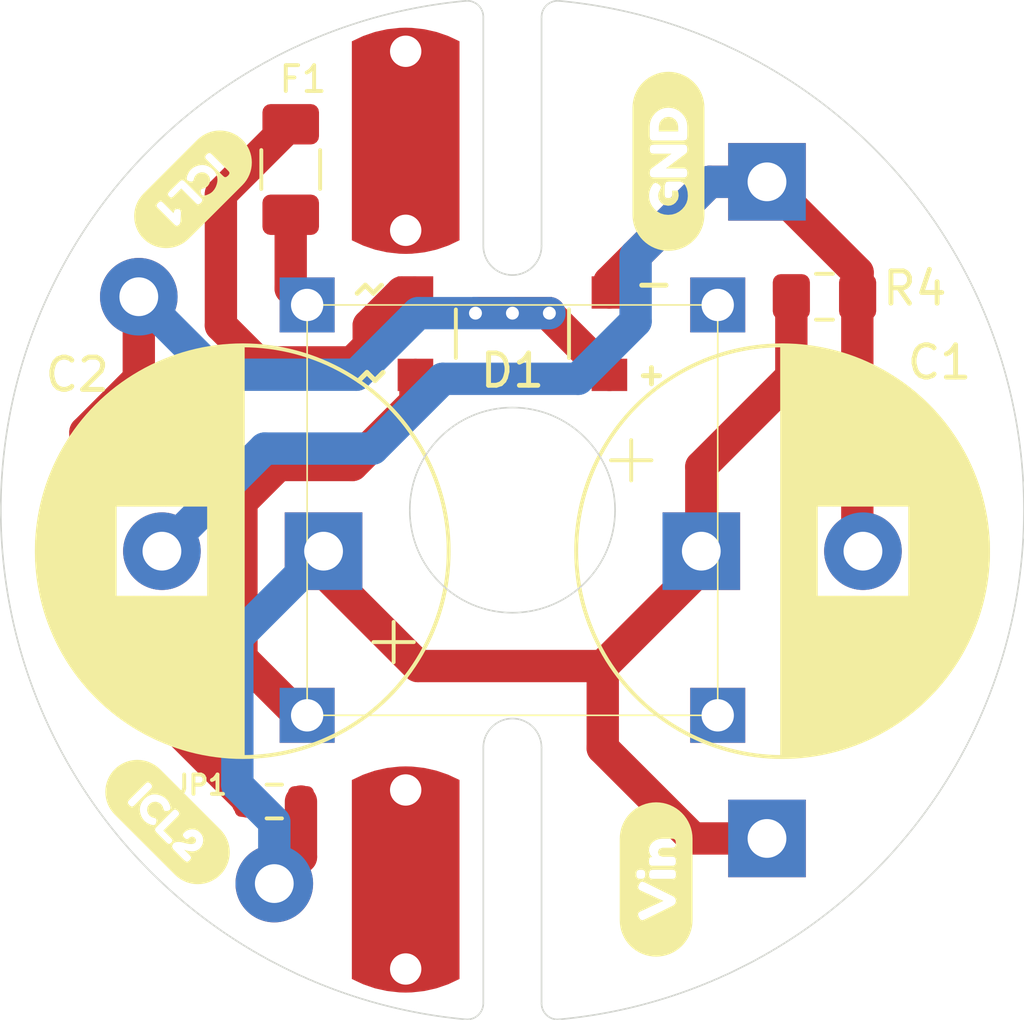
<source format=kicad_pcb>
(kicad_pcb (version 20171130) (host pcbnew "(5.1.9)-1")

  (general
    (thickness 1.6)
    (drawings 26)
    (tracks 65)
    (zones 0)
    (modules 16)
    (nets 7)
  )

  (page A4)
  (layers
    (0 F.Cu jumper)
    (31 B.Cu signal)
    (32 B.Adhes user)
    (33 F.Adhes user)
    (34 B.Paste user)
    (35 F.Paste user)
    (36 B.SilkS user)
    (37 F.SilkS user)
    (38 B.Mask user)
    (39 F.Mask user)
    (40 Dwgs.User user hide)
    (41 Cmts.User user)
    (42 Eco1.User user)
    (43 Eco2.User user)
    (44 Edge.Cuts user)
    (45 Margin user)
    (46 B.CrtYd user)
    (47 F.CrtYd user)
    (48 B.Fab user hide)
    (49 F.Fab user hide)
  )

  (setup
    (last_trace_width 0.8)
    (trace_clearance 0.25)
    (zone_clearance 0.508)
    (zone_45_only no)
    (trace_min 0.2)
    (via_size 0.8)
    (via_drill 0.4)
    (via_min_size 0.4)
    (via_min_drill 0.3)
    (uvia_size 0.3)
    (uvia_drill 0.1)
    (uvias_allowed no)
    (uvia_min_size 0.2)
    (uvia_min_drill 0.1)
    (edge_width 0.05)
    (segment_width 0.2)
    (pcb_text_width 0.3)
    (pcb_text_size 1.5 1.5)
    (mod_edge_width 0.12)
    (mod_text_size 1 1)
    (mod_text_width 0.15)
    (pad_size 2.4 2.4)
    (pad_drill 1.2)
    (pad_to_mask_clearance 0)
    (aux_axis_origin 0 0)
    (grid_origin 76.2 76.2)
    (visible_elements 7FFFFF7F)
    (pcbplotparams
      (layerselection 0x010fc_ffffffff)
      (usegerberextensions false)
      (usegerberattributes true)
      (usegerberadvancedattributes true)
      (creategerberjobfile true)
      (excludeedgelayer true)
      (linewidth 0.101600)
      (plotframeref false)
      (viasonmask false)
      (mode 1)
      (useauxorigin false)
      (hpglpennumber 1)
      (hpglpenspeed 20)
      (hpglpendiameter 15.000000)
      (psnegative false)
      (psa4output false)
      (plotreference true)
      (plotvalue true)
      (plotinvisibletext false)
      (padsonsilk false)
      (subtractmaskfromsilk false)
      (outputformat 1)
      (mirror false)
      (drillshape 1)
      (scaleselection 1)
      (outputdirectory ""))
  )

  (net 0 "")
  (net 1 "Net-(D1-Pad4)")
  (net 2 "Net-(D1-Pad3)")
  (net 3 GND_BASE)
  (net 4 VIN_BASE)
  (net 5 "Net-(F1-Pad2)")
  (net 6 "Net-(D1-Pad1)")

  (net_class Default "This is the default net class."
    (clearance 0.25)
    (trace_width 0.8)
    (via_dia 0.8)
    (via_drill 0.4)
    (uvia_dia 0.3)
    (uvia_drill 0.1)
    (add_net "Net-(D1-Pad1)")
  )

  (net_class "Base Track" ""
    (clearance 0.25)
    (trace_width 1)
    (via_dia 0.8)
    (via_drill 0.4)
    (uvia_dia 0.3)
    (uvia_drill 0.1)
    (add_net GND_BASE)
    (add_net "Net-(D1-Pad3)")
    (add_net "Net-(D1-Pad4)")
    (add_net "Net-(F1-Pad2)")
    (add_net VIN_BASE)
  )

  (net_class non-power ""
    (clearance 0.25)
    (trace_width 0.25)
    (via_dia 0.8)
    (via_drill 0.4)
    (uvia_dia 0.3)
    (uvia_drill 0.1)
  )

  (module projector_bulb:Diode_Bridge_Comchip_2A (layer F.Cu) (tedit 6084B251) (tstamp 5F0E11D0)
    (at 76.2 70.739 180)
    (descr "SMD diode bridge DFS, see http://www.vishay.com/docs/88854/padlayouts.pdf")
    (tags DFS)
    (path /5F0C9094)
    (attr smd)
    (fp_text reference D1 (at 0 -1.143) (layer F.SilkS)
      (effects (font (size 1 1) (thickness 0.15)))
    )
    (fp_text value "Bridge Rectifier" (at 0 5.2) (layer F.Fab)
      (effects (font (size 1 1) (thickness 0.15)))
    )
    (fp_line (start 3.6 2.2) (end -3.6 2.2) (layer F.CrtYd) (width 0.05))
    (fp_line (start 3.6 2.2) (end 3.6 -2) (layer F.CrtYd) (width 0.05))
    (fp_line (start -3.6 -2) (end -3.6 2.2) (layer F.CrtYd) (width 0.05))
    (fp_line (start -3.6 -2) (end 3.6 -2) (layer F.CrtYd) (width 0.05))
    (fp_line (start -0.5 -2) (end 1.5 -2) (layer F.Fab) (width 0.12))
    (fp_line (start -1.5 2) (end -1.5 -1) (layer F.Fab) (width 0.12))
    (fp_line (start 1.5 2) (end -1.5 2) (layer F.Fab) (width 0.12))
    (fp_line (start 1.5 -2) (end 1.5 2) (layer F.Fab) (width 0.12))
    (fp_line (start 1.75 -0.75) (end 1.75 0.75) (layer F.SilkS) (width 0.12))
    (fp_line (start -1.75 -0.75) (end -1.75 0.75) (layer F.SilkS) (width 0.12))
    (fp_line (start -1.5 -1) (end -0.5 -2) (layer F.Fab) (width 0.12))
    (fp_line (start -4.55 -1.3) (end -4.05 -1.3) (layer F.SilkS) (width 0.1524))
    (fp_line (start -4.3 -1.55) (end -4.3 -1.05) (layer F.SilkS) (width 0.1524))
    (fp_line (start -4.75 1.5) (end -4 1.5) (layer F.SilkS) (width 0.1524))
    (fp_line (start 4 -1.2) (end 4.25 -1.45) (layer F.SilkS) (width 0.1524))
    (fp_line (start 4.25 -1.45) (end 4.5 -1.2) (layer F.SilkS) (width 0.1524))
    (fp_line (start 4.5 -1.2) (end 4.75 -1.45) (layer F.SilkS) (width 0.1524))
    (fp_line (start 4.05 1.5) (end 4.3 1.25) (layer F.SilkS) (width 0.1524))
    (fp_line (start 4.55 1.5) (end 4.8 1.25) (layer F.SilkS) (width 0.1524))
    (fp_line (start 4.3 1.25) (end 4.55 1.5) (layer F.SilkS) (width 0.1524))
    (fp_text user %R (at 0 -0.065) (layer F.Fab)
      (effects (font (size 1 1) (thickness 0.15)))
    )
    (pad 1 smd rect (at -3 -1.275 180) (size 1.1 1) (layers F.Cu F.Paste F.Mask)
      (net 6 "Net-(D1-Pad1)"))
    (pad 2 smd rect (at -3 1.275 180) (size 1.1 1) (layers F.Cu F.Paste F.Mask)
      (net 3 GND_BASE))
    (pad 3 smd rect (at 3 1.275 180) (size 1.1 1) (layers F.Cu F.Paste F.Mask)
      (net 2 "Net-(D1-Pad3)"))
    (pad 4 smd rect (at 3 -1.275 180) (size 1.1 1) (layers F.Cu F.Paste F.Mask)
      (net 1 "Net-(D1-Pad4)"))
    (model ${KISYS3DMOD}/Package_TO_SOT_SMD.3dshapes/TO-269AA.wrl
      (at (xyz 0 0 0))
      (scale (xyz 1 1 1))
      (rotate (xyz 0 0 0))
    )
  )

  (module Resistor_SMD:R_0603_1608Metric (layer F.Cu) (tedit 5F68FEEE) (tstamp 608401D1)
    (at 68.834 85.217)
    (descr "Resistor SMD 0603 (1608 Metric), square (rectangular) end terminal, IPC_7351 nominal, (Body size source: IPC-SM-782 page 72, https://www.pcb-3d.com/wordpress/wp-content/uploads/ipc-sm-782a_amendment_1_and_2.pdf), generated with kicad-footprint-generator")
    (tags resistor)
    (path /6084675C)
    (attr smd)
    (fp_text reference JP1 (at -2.286 -0.508) (layer F.SilkS)
      (effects (font (size 0.6 0.6) (thickness 0.12)))
    )
    (fp_text value "ICL Bypass" (at 0 1.43) (layer F.Fab)
      (effects (font (size 1 1) (thickness 0.15)))
    )
    (fp_line (start -0.8 0.4125) (end -0.8 -0.4125) (layer F.Fab) (width 0.1))
    (fp_line (start -0.8 -0.4125) (end 0.8 -0.4125) (layer F.Fab) (width 0.1))
    (fp_line (start 0.8 -0.4125) (end 0.8 0.4125) (layer F.Fab) (width 0.1))
    (fp_line (start 0.8 0.4125) (end -0.8 0.4125) (layer F.Fab) (width 0.1))
    (fp_line (start -0.237258 -0.5225) (end 0.237258 -0.5225) (layer F.SilkS) (width 0.12))
    (fp_line (start -0.237258 0.5225) (end 0.237258 0.5225) (layer F.SilkS) (width 0.12))
    (fp_line (start -1.48 0.73) (end -1.48 -0.73) (layer F.CrtYd) (width 0.05))
    (fp_line (start -1.48 -0.73) (end 1.48 -0.73) (layer F.CrtYd) (width 0.05))
    (fp_line (start 1.48 -0.73) (end 1.48 0.73) (layer F.CrtYd) (width 0.05))
    (fp_line (start 1.48 0.73) (end -1.48 0.73) (layer F.CrtYd) (width 0.05))
    (fp_text user %R (at 0 0) (layer F.Fab)
      (effects (font (size 0.4 0.4) (thickness 0.06)))
    )
    (pad 2 smd roundrect (at 0.825 0) (size 0.8 0.95) (layers F.Cu F.Paste F.Mask) (roundrect_rratio 0.25)
      (net 4 VIN_BASE))
    (pad 1 smd roundrect (at -0.825 0) (size 0.8 0.95) (layers F.Cu F.Paste F.Mask) (roundrect_rratio 0.25)
      (net 6 "Net-(D1-Pad1)"))
    (model ${KISYS3DMOD}/Resistor_SMD.3dshapes/R_0603_1608Metric.wrl
      (at (xyz 0 0 0))
      (scale (xyz 1 1 1))
      (rotate (xyz 0 0 0))
    )
  )

  (module Resistor_SMD:R_0805_2012Metric_Pad1.15x1.40mm_HandSolder (layer F.Cu) (tedit 5B36C52B) (tstamp 607F67C2)
    (at 85.852 69.596)
    (descr "Resistor SMD 0805 (2012 Metric), square (rectangular) end terminal, IPC_7351 nominal with elongated pad for handsoldering. (Body size source: https://docs.google.com/spreadsheets/d/1BsfQQcO9C6DZCsRaXUlFlo91Tg2WpOkGARC1WS5S8t0/edit?usp=sharing), generated with kicad-footprint-generator")
    (tags "resistor handsolder")
    (path /607FA280)
    (attr smd)
    (fp_text reference R4 (at 2.794 -0.254) (layer F.SilkS)
      (effects (font (size 1 1) (thickness 0.15)))
    )
    (fp_text value 1M (at 0 1.65) (layer F.Fab)
      (effects (font (size 1 1) (thickness 0.15)))
    )
    (fp_line (start 1.85 0.95) (end -1.85 0.95) (layer F.CrtYd) (width 0.05))
    (fp_line (start 1.85 -0.95) (end 1.85 0.95) (layer F.CrtYd) (width 0.05))
    (fp_line (start -1.85 -0.95) (end 1.85 -0.95) (layer F.CrtYd) (width 0.05))
    (fp_line (start -1.85 0.95) (end -1.85 -0.95) (layer F.CrtYd) (width 0.05))
    (fp_line (start -0.261252 0.71) (end 0.261252 0.71) (layer F.SilkS) (width 0.12))
    (fp_line (start -0.261252 -0.71) (end 0.261252 -0.71) (layer F.SilkS) (width 0.12))
    (fp_line (start 1 0.6) (end -1 0.6) (layer F.Fab) (width 0.1))
    (fp_line (start 1 -0.6) (end 1 0.6) (layer F.Fab) (width 0.1))
    (fp_line (start -1 -0.6) (end 1 -0.6) (layer F.Fab) (width 0.1))
    (fp_line (start -1 0.6) (end -1 -0.6) (layer F.Fab) (width 0.1))
    (fp_text user %R (at 0 0) (layer F.Fab)
      (effects (font (size 0.5 0.5) (thickness 0.08)))
    )
    (pad 2 smd roundrect (at 1.025 0) (size 1.15 1.4) (layers F.Cu F.Paste F.Mask) (roundrect_rratio 0.217391)
      (net 3 GND_BASE))
    (pad 1 smd roundrect (at -1.025 0) (size 1.15 1.4) (layers F.Cu F.Paste F.Mask) (roundrect_rratio 0.217391)
      (net 4 VIN_BASE))
    (model ${KISYS3DMOD}/Resistor_SMD.3dshapes/R_0805_2012Metric.wrl
      (at (xyz 0 0 0))
      (scale (xyz 1 1 1))
      (rotate (xyz 0 0 0))
    )
  )

  (module Fuse:Fuse_1206_3216Metric (layer F.Cu) (tedit 5F68FEF1) (tstamp 607FCD32)
    (at 69.342 65.659 270)
    (descr "Fuse SMD 1206 (3216 Metric), square (rectangular) end terminal, IPC_7351 nominal, (Body size source: http://www.tortai-tech.com/upload/download/2011102023233369053.pdf), generated with kicad-footprint-generator")
    (tags fuse)
    (path /6081B46F)
    (attr smd)
    (fp_text reference F1 (at -2.794 -0.381 180) (layer F.SilkS)
      (effects (font (size 0.8 0.8) (thickness 0.12)))
    )
    (fp_text value Fuse (at 0 1.82 90) (layer F.Fab)
      (effects (font (size 1 1) (thickness 0.15)))
    )
    (fp_line (start 2.28 1.12) (end -2.28 1.12) (layer F.CrtYd) (width 0.05))
    (fp_line (start 2.28 -1.12) (end 2.28 1.12) (layer F.CrtYd) (width 0.05))
    (fp_line (start -2.28 -1.12) (end 2.28 -1.12) (layer F.CrtYd) (width 0.05))
    (fp_line (start -2.28 1.12) (end -2.28 -1.12) (layer F.CrtYd) (width 0.05))
    (fp_line (start -0.602064 0.91) (end 0.602064 0.91) (layer F.SilkS) (width 0.12))
    (fp_line (start -0.602064 -0.91) (end 0.602064 -0.91) (layer F.SilkS) (width 0.12))
    (fp_line (start 1.6 0.8) (end -1.6 0.8) (layer F.Fab) (width 0.1))
    (fp_line (start 1.6 -0.8) (end 1.6 0.8) (layer F.Fab) (width 0.1))
    (fp_line (start -1.6 -0.8) (end 1.6 -0.8) (layer F.Fab) (width 0.1))
    (fp_line (start -1.6 0.8) (end -1.6 -0.8) (layer F.Fab) (width 0.1))
    (fp_text user %R (at 0 0 90) (layer F.Fab)
      (effects (font (size 0.8 0.8) (thickness 0.12)))
    )
    (pad 2 smd roundrect (at 1.4 0 270) (size 1.25 1.75) (layers F.Cu F.Paste F.Mask) (roundrect_rratio 0.2)
      (net 5 "Net-(F1-Pad2)"))
    (pad 1 smd roundrect (at -1.4 0 270) (size 1.25 1.75) (layers F.Cu F.Paste F.Mask) (roundrect_rratio 0.2)
      (net 2 "Net-(D1-Pad3)"))
    (model ${KISYS3DMOD}/Fuse.3dshapes/Fuse_1206_3216Metric.wrl
      (at (xyz 0 0 0))
      (scale (xyz 1 1 1))
      (rotate (xyz 0 0 0))
    )
  )

  (module Capacitor_THT:CP_Radial_D12.5mm_P5.00mm (layer F.Cu) (tedit 607A1710) (tstamp 5F0E1081)
    (at 82.042 77.47)
    (descr "CP, Radial series, Radial, pin pitch=5.00mm, , diameter=12.5mm, Electrolytic Capacitor")
    (tags "CP Radial series Radial pin pitch 5.00mm  diameter 12.5mm Electrolytic Capacitor")
    (path /5F0CAAEC)
    (fp_text reference C1 (at 7.366 -5.842) (layer F.SilkS)
      (effects (font (size 1 1) (thickness 0.15)))
    )
    (fp_text value 1000μ (at 2.5 7.5) (layer F.Fab)
      (effects (font (size 1 1) (thickness 0.15)))
    )
    (fp_line (start -2.168082 -3.438) (end -2.168082 -2.188) (layer F.SilkS) (width 0.12))
    (fp_line (start -2.793082 -2.813) (end -1.543082 -2.813) (layer F.SilkS) (width 0.12))
    (fp_line (start 8.861 -0.317) (end 8.861 0.317) (layer F.SilkS) (width 0.12))
    (fp_line (start 8.821 -0.757) (end 8.821 0.757) (layer F.SilkS) (width 0.12))
    (fp_line (start 8.781 -1.028) (end 8.781 1.028) (layer F.SilkS) (width 0.12))
    (fp_line (start 8.741 -1.241) (end 8.741 1.241) (layer F.SilkS) (width 0.12))
    (fp_line (start 8.701 -1.422) (end 8.701 1.422) (layer F.SilkS) (width 0.12))
    (fp_line (start 8.661 -1.583) (end 8.661 1.583) (layer F.SilkS) (width 0.12))
    (fp_line (start 8.621 -1.728) (end 8.621 1.728) (layer F.SilkS) (width 0.12))
    (fp_line (start 8.581 -1.861) (end 8.581 1.861) (layer F.SilkS) (width 0.12))
    (fp_line (start 8.541 -1.984) (end 8.541 1.984) (layer F.SilkS) (width 0.12))
    (fp_line (start 8.501 -2.1) (end 8.501 2.1) (layer F.SilkS) (width 0.12))
    (fp_line (start 8.461 -2.209) (end 8.461 2.209) (layer F.SilkS) (width 0.12))
    (fp_line (start 8.421 -2.312) (end 8.421 2.312) (layer F.SilkS) (width 0.12))
    (fp_line (start 8.381 -2.41) (end 8.381 2.41) (layer F.SilkS) (width 0.12))
    (fp_line (start 8.341 -2.504) (end 8.341 2.504) (layer F.SilkS) (width 0.12))
    (fp_line (start 8.301 -2.594) (end 8.301 2.594) (layer F.SilkS) (width 0.12))
    (fp_line (start 8.261 -2.681) (end 8.261 2.681) (layer F.SilkS) (width 0.12))
    (fp_line (start 8.221 -2.764) (end 8.221 2.764) (layer F.SilkS) (width 0.12))
    (fp_line (start 8.181 -2.844) (end 8.181 2.844) (layer F.SilkS) (width 0.12))
    (fp_line (start 8.141 -2.921) (end 8.141 2.921) (layer F.SilkS) (width 0.12))
    (fp_line (start 8.101 -2.996) (end 8.101 2.996) (layer F.SilkS) (width 0.12))
    (fp_line (start 8.061 -3.069) (end 8.061 3.069) (layer F.SilkS) (width 0.12))
    (fp_line (start 8.021 -3.14) (end 8.021 3.14) (layer F.SilkS) (width 0.12))
    (fp_line (start 7.981 -3.208) (end 7.981 3.208) (layer F.SilkS) (width 0.12))
    (fp_line (start 7.941 -3.275) (end 7.941 3.275) (layer F.SilkS) (width 0.12))
    (fp_line (start 7.901 -3.339) (end 7.901 3.339) (layer F.SilkS) (width 0.12))
    (fp_line (start 7.861 -3.402) (end 7.861 3.402) (layer F.SilkS) (width 0.12))
    (fp_line (start 7.821 -3.464) (end 7.821 3.464) (layer F.SilkS) (width 0.12))
    (fp_line (start 7.781 -3.524) (end 7.781 3.524) (layer F.SilkS) (width 0.12))
    (fp_line (start 7.741 -3.583) (end 7.741 3.583) (layer F.SilkS) (width 0.12))
    (fp_line (start 7.701 -3.64) (end 7.701 3.64) (layer F.SilkS) (width 0.12))
    (fp_line (start 7.661 -3.696) (end 7.661 3.696) (layer F.SilkS) (width 0.12))
    (fp_line (start 7.621 -3.75) (end 7.621 3.75) (layer F.SilkS) (width 0.12))
    (fp_line (start 7.581 -3.804) (end 7.581 3.804) (layer F.SilkS) (width 0.12))
    (fp_line (start 7.541 -3.856) (end 7.541 3.856) (layer F.SilkS) (width 0.12))
    (fp_line (start 7.501 -3.907) (end 7.501 3.907) (layer F.SilkS) (width 0.12))
    (fp_line (start 7.461 -3.957) (end 7.461 3.957) (layer F.SilkS) (width 0.12))
    (fp_line (start 7.421 -4.007) (end 7.421 4.007) (layer F.SilkS) (width 0.12))
    (fp_line (start 7.381 -4.055) (end 7.381 4.055) (layer F.SilkS) (width 0.12))
    (fp_line (start 7.341 -4.102) (end 7.341 4.102) (layer F.SilkS) (width 0.12))
    (fp_line (start 7.301 -4.148) (end 7.301 4.148) (layer F.SilkS) (width 0.12))
    (fp_line (start 7.261 -4.194) (end 7.261 4.194) (layer F.SilkS) (width 0.12))
    (fp_line (start 7.221 -4.238) (end 7.221 4.238) (layer F.SilkS) (width 0.12))
    (fp_line (start 7.181 -4.282) (end 7.181 4.282) (layer F.SilkS) (width 0.12))
    (fp_line (start 7.141 -4.325) (end 7.141 4.325) (layer F.SilkS) (width 0.12))
    (fp_line (start 7.101 -4.367) (end 7.101 4.367) (layer F.SilkS) (width 0.12))
    (fp_line (start 7.061 -4.408) (end 7.061 4.408) (layer F.SilkS) (width 0.12))
    (fp_line (start 7.021 -4.449) (end 7.021 4.449) (layer F.SilkS) (width 0.12))
    (fp_line (start 6.981 -4.489) (end 6.981 4.489) (layer F.SilkS) (width 0.12))
    (fp_line (start 6.941 -4.528) (end 6.941 4.528) (layer F.SilkS) (width 0.12))
    (fp_line (start 6.901 -4.567) (end 6.901 4.567) (layer F.SilkS) (width 0.12))
    (fp_line (start 6.861 -4.605) (end 6.861 4.605) (layer F.SilkS) (width 0.12))
    (fp_line (start 6.821 -4.642) (end 6.821 4.642) (layer F.SilkS) (width 0.12))
    (fp_line (start 6.781 -4.678) (end 6.781 4.678) (layer F.SilkS) (width 0.12))
    (fp_line (start 6.741 -4.714) (end 6.741 4.714) (layer F.SilkS) (width 0.12))
    (fp_line (start 6.701 -4.75) (end 6.701 4.75) (layer F.SilkS) (width 0.12))
    (fp_line (start 6.661 -4.785) (end 6.661 4.785) (layer F.SilkS) (width 0.12))
    (fp_line (start 6.621 -4.819) (end 6.621 4.819) (layer F.SilkS) (width 0.12))
    (fp_line (start 6.581 -4.852) (end 6.581 4.852) (layer F.SilkS) (width 0.12))
    (fp_line (start 6.541 -4.885) (end 6.541 4.885) (layer F.SilkS) (width 0.12))
    (fp_line (start 6.501 -4.918) (end 6.501 4.918) (layer F.SilkS) (width 0.12))
    (fp_line (start 6.461 -4.95) (end 6.461 4.95) (layer F.SilkS) (width 0.12))
    (fp_line (start 6.421 1.44) (end 6.421 4.982) (layer F.SilkS) (width 0.12))
    (fp_line (start 6.421 -4.982) (end 6.421 -1.44) (layer F.SilkS) (width 0.12))
    (fp_line (start 6.381 1.44) (end 6.381 5.012) (layer F.SilkS) (width 0.12))
    (fp_line (start 6.381 -5.012) (end 6.381 -1.44) (layer F.SilkS) (width 0.12))
    (fp_line (start 6.341 1.44) (end 6.341 5.043) (layer F.SilkS) (width 0.12))
    (fp_line (start 6.341 -5.043) (end 6.341 -1.44) (layer F.SilkS) (width 0.12))
    (fp_line (start 6.301 1.44) (end 6.301 5.073) (layer F.SilkS) (width 0.12))
    (fp_line (start 6.301 -5.073) (end 6.301 -1.44) (layer F.SilkS) (width 0.12))
    (fp_line (start 6.261 1.44) (end 6.261 5.102) (layer F.SilkS) (width 0.12))
    (fp_line (start 6.261 -5.102) (end 6.261 -1.44) (layer F.SilkS) (width 0.12))
    (fp_line (start 6.221 1.44) (end 6.221 5.131) (layer F.SilkS) (width 0.12))
    (fp_line (start 6.221 -5.131) (end 6.221 -1.44) (layer F.SilkS) (width 0.12))
    (fp_line (start 6.181 1.44) (end 6.181 5.16) (layer F.SilkS) (width 0.12))
    (fp_line (start 6.181 -5.16) (end 6.181 -1.44) (layer F.SilkS) (width 0.12))
    (fp_line (start 6.141 1.44) (end 6.141 5.188) (layer F.SilkS) (width 0.12))
    (fp_line (start 6.141 -5.188) (end 6.141 -1.44) (layer F.SilkS) (width 0.12))
    (fp_line (start 6.101 1.44) (end 6.101 5.216) (layer F.SilkS) (width 0.12))
    (fp_line (start 6.101 -5.216) (end 6.101 -1.44) (layer F.SilkS) (width 0.12))
    (fp_line (start 6.061 1.44) (end 6.061 5.243) (layer F.SilkS) (width 0.12))
    (fp_line (start 6.061 -5.243) (end 6.061 -1.44) (layer F.SilkS) (width 0.12))
    (fp_line (start 6.021 1.44) (end 6.021 5.27) (layer F.SilkS) (width 0.12))
    (fp_line (start 6.021 -5.27) (end 6.021 -1.44) (layer F.SilkS) (width 0.12))
    (fp_line (start 5.981 1.44) (end 5.981 5.296) (layer F.SilkS) (width 0.12))
    (fp_line (start 5.981 -5.296) (end 5.981 -1.44) (layer F.SilkS) (width 0.12))
    (fp_line (start 5.941 1.44) (end 5.941 5.322) (layer F.SilkS) (width 0.12))
    (fp_line (start 5.941 -5.322) (end 5.941 -1.44) (layer F.SilkS) (width 0.12))
    (fp_line (start 5.901 1.44) (end 5.901 5.347) (layer F.SilkS) (width 0.12))
    (fp_line (start 5.901 -5.347) (end 5.901 -1.44) (layer F.SilkS) (width 0.12))
    (fp_line (start 5.861 1.44) (end 5.861 5.372) (layer F.SilkS) (width 0.12))
    (fp_line (start 5.861 -5.372) (end 5.861 -1.44) (layer F.SilkS) (width 0.12))
    (fp_line (start 5.821 1.44) (end 5.821 5.397) (layer F.SilkS) (width 0.12))
    (fp_line (start 5.821 -5.397) (end 5.821 -1.44) (layer F.SilkS) (width 0.12))
    (fp_line (start 5.781 1.44) (end 5.781 5.421) (layer F.SilkS) (width 0.12))
    (fp_line (start 5.781 -5.421) (end 5.781 -1.44) (layer F.SilkS) (width 0.12))
    (fp_line (start 5.741 1.44) (end 5.741 5.445) (layer F.SilkS) (width 0.12))
    (fp_line (start 5.741 -5.445) (end 5.741 -1.44) (layer F.SilkS) (width 0.12))
    (fp_line (start 5.701 1.44) (end 5.701 5.468) (layer F.SilkS) (width 0.12))
    (fp_line (start 5.701 -5.468) (end 5.701 -1.44) (layer F.SilkS) (width 0.12))
    (fp_line (start 5.661 1.44) (end 5.661 5.491) (layer F.SilkS) (width 0.12))
    (fp_line (start 5.661 -5.491) (end 5.661 -1.44) (layer F.SilkS) (width 0.12))
    (fp_line (start 5.621 1.44) (end 5.621 5.514) (layer F.SilkS) (width 0.12))
    (fp_line (start 5.621 -5.514) (end 5.621 -1.44) (layer F.SilkS) (width 0.12))
    (fp_line (start 5.581 1.44) (end 5.581 5.536) (layer F.SilkS) (width 0.12))
    (fp_line (start 5.581 -5.536) (end 5.581 -1.44) (layer F.SilkS) (width 0.12))
    (fp_line (start 5.541 1.44) (end 5.541 5.558) (layer F.SilkS) (width 0.12))
    (fp_line (start 5.541 -5.558) (end 5.541 -1.44) (layer F.SilkS) (width 0.12))
    (fp_line (start 5.501 1.44) (end 5.501 5.58) (layer F.SilkS) (width 0.12))
    (fp_line (start 5.501 -5.58) (end 5.501 -1.44) (layer F.SilkS) (width 0.12))
    (fp_line (start 5.461 1.44) (end 5.461 5.601) (layer F.SilkS) (width 0.12))
    (fp_line (start 5.461 -5.601) (end 5.461 -1.44) (layer F.SilkS) (width 0.12))
    (fp_line (start 5.421 1.44) (end 5.421 5.622) (layer F.SilkS) (width 0.12))
    (fp_line (start 5.421 -5.622) (end 5.421 -1.44) (layer F.SilkS) (width 0.12))
    (fp_line (start 5.381 1.44) (end 5.381 5.642) (layer F.SilkS) (width 0.12))
    (fp_line (start 5.381 -5.642) (end 5.381 -1.44) (layer F.SilkS) (width 0.12))
    (fp_line (start 5.341 1.44) (end 5.341 5.662) (layer F.SilkS) (width 0.12))
    (fp_line (start 5.341 -5.662) (end 5.341 -1.44) (layer F.SilkS) (width 0.12))
    (fp_line (start 5.301 1.44) (end 5.301 5.682) (layer F.SilkS) (width 0.12))
    (fp_line (start 5.301 -5.682) (end 5.301 -1.44) (layer F.SilkS) (width 0.12))
    (fp_line (start 5.261 1.44) (end 5.261 5.702) (layer F.SilkS) (width 0.12))
    (fp_line (start 5.261 -5.702) (end 5.261 -1.44) (layer F.SilkS) (width 0.12))
    (fp_line (start 5.221 1.44) (end 5.221 5.721) (layer F.SilkS) (width 0.12))
    (fp_line (start 5.221 -5.721) (end 5.221 -1.44) (layer F.SilkS) (width 0.12))
    (fp_line (start 5.181 1.44) (end 5.181 5.739) (layer F.SilkS) (width 0.12))
    (fp_line (start 5.181 -5.739) (end 5.181 -1.44) (layer F.SilkS) (width 0.12))
    (fp_line (start 5.141 1.44) (end 5.141 5.758) (layer F.SilkS) (width 0.12))
    (fp_line (start 5.141 -5.758) (end 5.141 -1.44) (layer F.SilkS) (width 0.12))
    (fp_line (start 5.101 1.44) (end 5.101 5.776) (layer F.SilkS) (width 0.12))
    (fp_line (start 5.101 -5.776) (end 5.101 -1.44) (layer F.SilkS) (width 0.12))
    (fp_line (start 5.061 1.44) (end 5.061 5.793) (layer F.SilkS) (width 0.12))
    (fp_line (start 5.061 -5.793) (end 5.061 -1.44) (layer F.SilkS) (width 0.12))
    (fp_line (start 5.021 1.44) (end 5.021 5.811) (layer F.SilkS) (width 0.12))
    (fp_line (start 5.021 -5.811) (end 5.021 -1.44) (layer F.SilkS) (width 0.12))
    (fp_line (start 4.981 1.44) (end 4.981 5.828) (layer F.SilkS) (width 0.12))
    (fp_line (start 4.981 -5.828) (end 4.981 -1.44) (layer F.SilkS) (width 0.12))
    (fp_line (start 4.941 1.44) (end 4.941 5.845) (layer F.SilkS) (width 0.12))
    (fp_line (start 4.941 -5.845) (end 4.941 -1.44) (layer F.SilkS) (width 0.12))
    (fp_line (start 4.901 1.44) (end 4.901 5.861) (layer F.SilkS) (width 0.12))
    (fp_line (start 4.901 -5.861) (end 4.901 -1.44) (layer F.SilkS) (width 0.12))
    (fp_line (start 4.861 1.44) (end 4.861 5.877) (layer F.SilkS) (width 0.12))
    (fp_line (start 4.861 -5.877) (end 4.861 -1.44) (layer F.SilkS) (width 0.12))
    (fp_line (start 4.821 1.44) (end 4.821 5.893) (layer F.SilkS) (width 0.12))
    (fp_line (start 4.821 -5.893) (end 4.821 -1.44) (layer F.SilkS) (width 0.12))
    (fp_line (start 4.781 1.44) (end 4.781 5.908) (layer F.SilkS) (width 0.12))
    (fp_line (start 4.781 -5.908) (end 4.781 -1.44) (layer F.SilkS) (width 0.12))
    (fp_line (start 4.741 1.44) (end 4.741 5.924) (layer F.SilkS) (width 0.12))
    (fp_line (start 4.741 -5.924) (end 4.741 -1.44) (layer F.SilkS) (width 0.12))
    (fp_line (start 4.701 1.44) (end 4.701 5.939) (layer F.SilkS) (width 0.12))
    (fp_line (start 4.701 -5.939) (end 4.701 -1.44) (layer F.SilkS) (width 0.12))
    (fp_line (start 4.661 1.44) (end 4.661 5.953) (layer F.SilkS) (width 0.12))
    (fp_line (start 4.661 -5.953) (end 4.661 -1.44) (layer F.SilkS) (width 0.12))
    (fp_line (start 4.621 1.44) (end 4.621 5.967) (layer F.SilkS) (width 0.12))
    (fp_line (start 4.621 -5.967) (end 4.621 -1.44) (layer F.SilkS) (width 0.12))
    (fp_line (start 4.581 1.44) (end 4.581 5.981) (layer F.SilkS) (width 0.12))
    (fp_line (start 4.581 -5.981) (end 4.581 -1.44) (layer F.SilkS) (width 0.12))
    (fp_line (start 4.541 1.44) (end 4.541 5.995) (layer F.SilkS) (width 0.12))
    (fp_line (start 4.541 -5.995) (end 4.541 -1.44) (layer F.SilkS) (width 0.12))
    (fp_line (start 4.501 1.44) (end 4.501 6.008) (layer F.SilkS) (width 0.12))
    (fp_line (start 4.501 -6.008) (end 4.501 -1.44) (layer F.SilkS) (width 0.12))
    (fp_line (start 4.461 1.44) (end 4.461 6.021) (layer F.SilkS) (width 0.12))
    (fp_line (start 4.461 -6.021) (end 4.461 -1.44) (layer F.SilkS) (width 0.12))
    (fp_line (start 4.421 1.44) (end 4.421 6.034) (layer F.SilkS) (width 0.12))
    (fp_line (start 4.421 -6.034) (end 4.421 -1.44) (layer F.SilkS) (width 0.12))
    (fp_line (start 4.381 1.44) (end 4.381 6.047) (layer F.SilkS) (width 0.12))
    (fp_line (start 4.381 -6.047) (end 4.381 -1.44) (layer F.SilkS) (width 0.12))
    (fp_line (start 4.341 1.44) (end 4.341 6.059) (layer F.SilkS) (width 0.12))
    (fp_line (start 4.341 -6.059) (end 4.341 -1.44) (layer F.SilkS) (width 0.12))
    (fp_line (start 4.301 1.44) (end 4.301 6.071) (layer F.SilkS) (width 0.12))
    (fp_line (start 4.301 -6.071) (end 4.301 -1.44) (layer F.SilkS) (width 0.12))
    (fp_line (start 4.261 1.44) (end 4.261 6.083) (layer F.SilkS) (width 0.12))
    (fp_line (start 4.261 -6.083) (end 4.261 -1.44) (layer F.SilkS) (width 0.12))
    (fp_line (start 4.221 1.44) (end 4.221 6.094) (layer F.SilkS) (width 0.12))
    (fp_line (start 4.221 -6.094) (end 4.221 -1.44) (layer F.SilkS) (width 0.12))
    (fp_line (start 4.181 1.44) (end 4.181 6.105) (layer F.SilkS) (width 0.12))
    (fp_line (start 4.181 -6.105) (end 4.181 -1.44) (layer F.SilkS) (width 0.12))
    (fp_line (start 4.141 1.44) (end 4.141 6.116) (layer F.SilkS) (width 0.12))
    (fp_line (start 4.141 -6.116) (end 4.141 -1.44) (layer F.SilkS) (width 0.12))
    (fp_line (start 4.101 1.44) (end 4.101 6.126) (layer F.SilkS) (width 0.12))
    (fp_line (start 4.101 -6.126) (end 4.101 -1.44) (layer F.SilkS) (width 0.12))
    (fp_line (start 4.061 1.44) (end 4.061 6.137) (layer F.SilkS) (width 0.12))
    (fp_line (start 4.061 -6.137) (end 4.061 -1.44) (layer F.SilkS) (width 0.12))
    (fp_line (start 4.021 1.44) (end 4.021 6.146) (layer F.SilkS) (width 0.12))
    (fp_line (start 4.021 -6.146) (end 4.021 -1.44) (layer F.SilkS) (width 0.12))
    (fp_line (start 3.981 1.44) (end 3.981 6.156) (layer F.SilkS) (width 0.12))
    (fp_line (start 3.981 -6.156) (end 3.981 -1.44) (layer F.SilkS) (width 0.12))
    (fp_line (start 3.941 1.44) (end 3.941 6.166) (layer F.SilkS) (width 0.12))
    (fp_line (start 3.941 -6.166) (end 3.941 -1.44) (layer F.SilkS) (width 0.12))
    (fp_line (start 3.901 1.44) (end 3.901 6.175) (layer F.SilkS) (width 0.12))
    (fp_line (start 3.901 -6.175) (end 3.901 -1.44) (layer F.SilkS) (width 0.12))
    (fp_line (start 3.861 1.44) (end 3.861 6.184) (layer F.SilkS) (width 0.12))
    (fp_line (start 3.861 -6.184) (end 3.861 -1.44) (layer F.SilkS) (width 0.12))
    (fp_line (start 3.821 1.44) (end 3.821 6.192) (layer F.SilkS) (width 0.12))
    (fp_line (start 3.821 -6.192) (end 3.821 -1.44) (layer F.SilkS) (width 0.12))
    (fp_line (start 3.781 1.44) (end 3.781 6.201) (layer F.SilkS) (width 0.12))
    (fp_line (start 3.781 -6.201) (end 3.781 -1.44) (layer F.SilkS) (width 0.12))
    (fp_line (start 3.741 1.44) (end 3.741 6.209) (layer F.SilkS) (width 0.12))
    (fp_line (start 3.741 -6.209) (end 3.741 -1.44) (layer F.SilkS) (width 0.12))
    (fp_line (start 3.701 1.44) (end 3.701 6.216) (layer F.SilkS) (width 0.12))
    (fp_line (start 3.701 -6.216) (end 3.701 -1.44) (layer F.SilkS) (width 0.12))
    (fp_line (start 3.661 1.44) (end 3.661 6.224) (layer F.SilkS) (width 0.12))
    (fp_line (start 3.661 -6.224) (end 3.661 -1.44) (layer F.SilkS) (width 0.12))
    (fp_line (start 3.621 1.44) (end 3.621 6.231) (layer F.SilkS) (width 0.12))
    (fp_line (start 3.621 -6.231) (end 3.621 -1.44) (layer F.SilkS) (width 0.12))
    (fp_line (start 3.581 1.44) (end 3.581 6.238) (layer F.SilkS) (width 0.12))
    (fp_line (start 3.581 -6.238) (end 3.581 -1.44) (layer F.SilkS) (width 0.12))
    (fp_line (start 3.541 -6.245) (end 3.541 6.245) (layer F.SilkS) (width 0.12))
    (fp_line (start 3.501 -6.252) (end 3.501 6.252) (layer F.SilkS) (width 0.12))
    (fp_line (start 3.461 -6.258) (end 3.461 6.258) (layer F.SilkS) (width 0.12))
    (fp_line (start 3.421 -6.264) (end 3.421 6.264) (layer F.SilkS) (width 0.12))
    (fp_line (start 3.381 -6.269) (end 3.381 6.269) (layer F.SilkS) (width 0.12))
    (fp_line (start 3.341 -6.275) (end 3.341 6.275) (layer F.SilkS) (width 0.12))
    (fp_line (start 3.301 -6.28) (end 3.301 6.28) (layer F.SilkS) (width 0.12))
    (fp_line (start 3.261 -6.285) (end 3.261 6.285) (layer F.SilkS) (width 0.12))
    (fp_line (start 3.221 -6.29) (end 3.221 6.29) (layer F.SilkS) (width 0.12))
    (fp_line (start 3.18 -6.294) (end 3.18 6.294) (layer F.SilkS) (width 0.12))
    (fp_line (start 3.14 -6.298) (end 3.14 6.298) (layer F.SilkS) (width 0.12))
    (fp_line (start 3.1 -6.302) (end 3.1 6.302) (layer F.SilkS) (width 0.12))
    (fp_line (start 3.06 -6.306) (end 3.06 6.306) (layer F.SilkS) (width 0.12))
    (fp_line (start 3.02 -6.309) (end 3.02 6.309) (layer F.SilkS) (width 0.12))
    (fp_line (start 2.98 -6.312) (end 2.98 6.312) (layer F.SilkS) (width 0.12))
    (fp_line (start 2.94 -6.315) (end 2.94 6.315) (layer F.SilkS) (width 0.12))
    (fp_line (start 2.9 -6.318) (end 2.9 6.318) (layer F.SilkS) (width 0.12))
    (fp_line (start 2.86 -6.32) (end 2.86 6.32) (layer F.SilkS) (width 0.12))
    (fp_line (start 2.82 -6.322) (end 2.82 6.322) (layer F.SilkS) (width 0.12))
    (fp_line (start 2.78 -6.324) (end 2.78 6.324) (layer F.SilkS) (width 0.12))
    (fp_line (start 2.74 -6.326) (end 2.74 6.326) (layer F.SilkS) (width 0.12))
    (fp_line (start 2.7 -6.327) (end 2.7 6.327) (layer F.SilkS) (width 0.12))
    (fp_line (start 2.66 -6.328) (end 2.66 6.328) (layer F.SilkS) (width 0.12))
    (fp_line (start 2.62 -6.329) (end 2.62 6.329) (layer F.SilkS) (width 0.12))
    (fp_line (start 2.58 -6.33) (end 2.58 6.33) (layer F.SilkS) (width 0.12))
    (fp_line (start 2.54 -6.33) (end 2.54 6.33) (layer F.SilkS) (width 0.12))
    (fp_line (start 2.5 -6.33) (end 2.5 6.33) (layer F.SilkS) (width 0.12))
    (fp_line (start -2.241489 -3.3625) (end -2.241489 -2.1125) (layer F.Fab) (width 0.1))
    (fp_line (start -2.866489 -2.7375) (end -1.616489 -2.7375) (layer F.Fab) (width 0.1))
    (fp_circle (center 2.5 0) (end 9 0) (layer F.CrtYd) (width 0.05))
    (fp_circle (center 2.5 0) (end 8.87 0) (layer F.SilkS) (width 0.12))
    (fp_circle (center 2.5 0) (end 8.75 0) (layer F.Fab) (width 0.1))
    (fp_text user %R (at 2.5 0) (layer F.Fab)
      (effects (font (size 1 1) (thickness 0.15)))
    )
    (pad 2 thru_hole circle (at 5 0) (size 2.4 2.4) (drill 1.2) (layers *.Cu *.Mask)
      (net 3 GND_BASE))
    (pad 1 thru_hole rect (at 0 0) (size 2.4 2.4) (drill 1.2) (layers *.Cu *.Mask)
      (net 4 VIN_BASE))
    (model ${KISYS3DMOD}/Capacitor_THT.3dshapes/CP_Radial_D12.5mm_P5.00mm.wrl
      (at (xyz 0 0 0))
      (scale (xyz 1 1 2))
      (rotate (xyz 0 0 0))
    )
  )

  (module Capacitor_THT:CP_Radial_D12.5mm_P5.00mm (layer F.Cu) (tedit 607A1720) (tstamp 607A939A)
    (at 70.358 77.47 180)
    (descr "CP, Radial series, Radial, pin pitch=5.00mm, , diameter=12.5mm, Electrolytic Capacitor")
    (tags "CP Radial series Radial pin pitch 5.00mm  diameter 12.5mm Electrolytic Capacitor")
    (path /5F0CBF63)
    (fp_text reference C2 (at 7.62 5.461 180) (layer F.SilkS)
      (effects (font (size 1 1) (thickness 0.15)))
    )
    (fp_text value 1000μ (at 2.5 7.5 180) (layer F.Fab)
      (effects (font (size 1 1) (thickness 0.15)))
    )
    (fp_line (start -2.168082 -3.438) (end -2.168082 -2.188) (layer F.SilkS) (width 0.12))
    (fp_line (start -2.793082 -2.813) (end -1.543082 -2.813) (layer F.SilkS) (width 0.12))
    (fp_line (start 8.861 -0.317) (end 8.861 0.317) (layer F.SilkS) (width 0.12))
    (fp_line (start 8.821 -0.757) (end 8.821 0.757) (layer F.SilkS) (width 0.12))
    (fp_line (start 8.781 -1.028) (end 8.781 1.028) (layer F.SilkS) (width 0.12))
    (fp_line (start 8.741 -1.241) (end 8.741 1.241) (layer F.SilkS) (width 0.12))
    (fp_line (start 8.701 -1.422) (end 8.701 1.422) (layer F.SilkS) (width 0.12))
    (fp_line (start 8.661 -1.583) (end 8.661 1.583) (layer F.SilkS) (width 0.12))
    (fp_line (start 8.621 -1.728) (end 8.621 1.728) (layer F.SilkS) (width 0.12))
    (fp_line (start 8.581 -1.861) (end 8.581 1.861) (layer F.SilkS) (width 0.12))
    (fp_line (start 8.541 -1.984) (end 8.541 1.984) (layer F.SilkS) (width 0.12))
    (fp_line (start 8.501 -2.1) (end 8.501 2.1) (layer F.SilkS) (width 0.12))
    (fp_line (start 8.461 -2.209) (end 8.461 2.209) (layer F.SilkS) (width 0.12))
    (fp_line (start 8.421 -2.312) (end 8.421 2.312) (layer F.SilkS) (width 0.12))
    (fp_line (start 8.381 -2.41) (end 8.381 2.41) (layer F.SilkS) (width 0.12))
    (fp_line (start 8.341 -2.504) (end 8.341 2.504) (layer F.SilkS) (width 0.12))
    (fp_line (start 8.301 -2.594) (end 8.301 2.594) (layer F.SilkS) (width 0.12))
    (fp_line (start 8.261 -2.681) (end 8.261 2.681) (layer F.SilkS) (width 0.12))
    (fp_line (start 8.221 -2.764) (end 8.221 2.764) (layer F.SilkS) (width 0.12))
    (fp_line (start 8.181 -2.844) (end 8.181 2.844) (layer F.SilkS) (width 0.12))
    (fp_line (start 8.141 -2.921) (end 8.141 2.921) (layer F.SilkS) (width 0.12))
    (fp_line (start 8.101 -2.996) (end 8.101 2.996) (layer F.SilkS) (width 0.12))
    (fp_line (start 8.061 -3.069) (end 8.061 3.069) (layer F.SilkS) (width 0.12))
    (fp_line (start 8.021 -3.14) (end 8.021 3.14) (layer F.SilkS) (width 0.12))
    (fp_line (start 7.981 -3.208) (end 7.981 3.208) (layer F.SilkS) (width 0.12))
    (fp_line (start 7.941 -3.275) (end 7.941 3.275) (layer F.SilkS) (width 0.12))
    (fp_line (start 7.901 -3.339) (end 7.901 3.339) (layer F.SilkS) (width 0.12))
    (fp_line (start 7.861 -3.402) (end 7.861 3.402) (layer F.SilkS) (width 0.12))
    (fp_line (start 7.821 -3.464) (end 7.821 3.464) (layer F.SilkS) (width 0.12))
    (fp_line (start 7.781 -3.524) (end 7.781 3.524) (layer F.SilkS) (width 0.12))
    (fp_line (start 7.741 -3.583) (end 7.741 3.583) (layer F.SilkS) (width 0.12))
    (fp_line (start 7.701 -3.64) (end 7.701 3.64) (layer F.SilkS) (width 0.12))
    (fp_line (start 7.661 -3.696) (end 7.661 3.696) (layer F.SilkS) (width 0.12))
    (fp_line (start 7.621 -3.75) (end 7.621 3.75) (layer F.SilkS) (width 0.12))
    (fp_line (start 7.581 -3.804) (end 7.581 3.804) (layer F.SilkS) (width 0.12))
    (fp_line (start 7.541 -3.856) (end 7.541 3.856) (layer F.SilkS) (width 0.12))
    (fp_line (start 7.501 -3.907) (end 7.501 3.907) (layer F.SilkS) (width 0.12))
    (fp_line (start 7.461 -3.957) (end 7.461 3.957) (layer F.SilkS) (width 0.12))
    (fp_line (start 7.421 -4.007) (end 7.421 4.007) (layer F.SilkS) (width 0.12))
    (fp_line (start 7.381 -4.055) (end 7.381 4.055) (layer F.SilkS) (width 0.12))
    (fp_line (start 7.341 -4.102) (end 7.341 4.102) (layer F.SilkS) (width 0.12))
    (fp_line (start 7.301 -4.148) (end 7.301 4.148) (layer F.SilkS) (width 0.12))
    (fp_line (start 7.261 -4.194) (end 7.261 4.194) (layer F.SilkS) (width 0.12))
    (fp_line (start 7.221 -4.238) (end 7.221 4.238) (layer F.SilkS) (width 0.12))
    (fp_line (start 7.181 -4.282) (end 7.181 4.282) (layer F.SilkS) (width 0.12))
    (fp_line (start 7.141 -4.325) (end 7.141 4.325) (layer F.SilkS) (width 0.12))
    (fp_line (start 7.101 -4.367) (end 7.101 4.367) (layer F.SilkS) (width 0.12))
    (fp_line (start 7.061 -4.408) (end 7.061 4.408) (layer F.SilkS) (width 0.12))
    (fp_line (start 7.021 -4.449) (end 7.021 4.449) (layer F.SilkS) (width 0.12))
    (fp_line (start 6.981 -4.489) (end 6.981 4.489) (layer F.SilkS) (width 0.12))
    (fp_line (start 6.941 -4.528) (end 6.941 4.528) (layer F.SilkS) (width 0.12))
    (fp_line (start 6.901 -4.567) (end 6.901 4.567) (layer F.SilkS) (width 0.12))
    (fp_line (start 6.861 -4.605) (end 6.861 4.605) (layer F.SilkS) (width 0.12))
    (fp_line (start 6.821 -4.642) (end 6.821 4.642) (layer F.SilkS) (width 0.12))
    (fp_line (start 6.781 -4.678) (end 6.781 4.678) (layer F.SilkS) (width 0.12))
    (fp_line (start 6.741 -4.714) (end 6.741 4.714) (layer F.SilkS) (width 0.12))
    (fp_line (start 6.701 -4.75) (end 6.701 4.75) (layer F.SilkS) (width 0.12))
    (fp_line (start 6.661 -4.785) (end 6.661 4.785) (layer F.SilkS) (width 0.12))
    (fp_line (start 6.621 -4.819) (end 6.621 4.819) (layer F.SilkS) (width 0.12))
    (fp_line (start 6.581 -4.852) (end 6.581 4.852) (layer F.SilkS) (width 0.12))
    (fp_line (start 6.541 -4.885) (end 6.541 4.885) (layer F.SilkS) (width 0.12))
    (fp_line (start 6.501 -4.918) (end 6.501 4.918) (layer F.SilkS) (width 0.12))
    (fp_line (start 6.461 -4.95) (end 6.461 4.95) (layer F.SilkS) (width 0.12))
    (fp_line (start 6.421 1.44) (end 6.421 4.982) (layer F.SilkS) (width 0.12))
    (fp_line (start 6.421 -4.982) (end 6.421 -1.44) (layer F.SilkS) (width 0.12))
    (fp_line (start 6.381 1.44) (end 6.381 5.012) (layer F.SilkS) (width 0.12))
    (fp_line (start 6.381 -5.012) (end 6.381 -1.44) (layer F.SilkS) (width 0.12))
    (fp_line (start 6.341 1.44) (end 6.341 5.043) (layer F.SilkS) (width 0.12))
    (fp_line (start 6.341 -5.043) (end 6.341 -1.44) (layer F.SilkS) (width 0.12))
    (fp_line (start 6.301 1.44) (end 6.301 5.073) (layer F.SilkS) (width 0.12))
    (fp_line (start 6.301 -5.073) (end 6.301 -1.44) (layer F.SilkS) (width 0.12))
    (fp_line (start 6.261 1.44) (end 6.261 5.102) (layer F.SilkS) (width 0.12))
    (fp_line (start 6.261 -5.102) (end 6.261 -1.44) (layer F.SilkS) (width 0.12))
    (fp_line (start 6.221 1.44) (end 6.221 5.131) (layer F.SilkS) (width 0.12))
    (fp_line (start 6.221 -5.131) (end 6.221 -1.44) (layer F.SilkS) (width 0.12))
    (fp_line (start 6.181 1.44) (end 6.181 5.16) (layer F.SilkS) (width 0.12))
    (fp_line (start 6.181 -5.16) (end 6.181 -1.44) (layer F.SilkS) (width 0.12))
    (fp_line (start 6.141 1.44) (end 6.141 5.188) (layer F.SilkS) (width 0.12))
    (fp_line (start 6.141 -5.188) (end 6.141 -1.44) (layer F.SilkS) (width 0.12))
    (fp_line (start 6.101 1.44) (end 6.101 5.216) (layer F.SilkS) (width 0.12))
    (fp_line (start 6.101 -5.216) (end 6.101 -1.44) (layer F.SilkS) (width 0.12))
    (fp_line (start 6.061 1.44) (end 6.061 5.243) (layer F.SilkS) (width 0.12))
    (fp_line (start 6.061 -5.243) (end 6.061 -1.44) (layer F.SilkS) (width 0.12))
    (fp_line (start 6.021 1.44) (end 6.021 5.27) (layer F.SilkS) (width 0.12))
    (fp_line (start 6.021 -5.27) (end 6.021 -1.44) (layer F.SilkS) (width 0.12))
    (fp_line (start 5.981 1.44) (end 5.981 5.296) (layer F.SilkS) (width 0.12))
    (fp_line (start 5.981 -5.296) (end 5.981 -1.44) (layer F.SilkS) (width 0.12))
    (fp_line (start 5.941 1.44) (end 5.941 5.322) (layer F.SilkS) (width 0.12))
    (fp_line (start 5.941 -5.322) (end 5.941 -1.44) (layer F.SilkS) (width 0.12))
    (fp_line (start 5.901 1.44) (end 5.901 5.347) (layer F.SilkS) (width 0.12))
    (fp_line (start 5.901 -5.347) (end 5.901 -1.44) (layer F.SilkS) (width 0.12))
    (fp_line (start 5.861 1.44) (end 5.861 5.372) (layer F.SilkS) (width 0.12))
    (fp_line (start 5.861 -5.372) (end 5.861 -1.44) (layer F.SilkS) (width 0.12))
    (fp_line (start 5.821 1.44) (end 5.821 5.397) (layer F.SilkS) (width 0.12))
    (fp_line (start 5.821 -5.397) (end 5.821 -1.44) (layer F.SilkS) (width 0.12))
    (fp_line (start 5.781 1.44) (end 5.781 5.421) (layer F.SilkS) (width 0.12))
    (fp_line (start 5.781 -5.421) (end 5.781 -1.44) (layer F.SilkS) (width 0.12))
    (fp_line (start 5.741 1.44) (end 5.741 5.445) (layer F.SilkS) (width 0.12))
    (fp_line (start 5.741 -5.445) (end 5.741 -1.44) (layer F.SilkS) (width 0.12))
    (fp_line (start 5.701 1.44) (end 5.701 5.468) (layer F.SilkS) (width 0.12))
    (fp_line (start 5.701 -5.468) (end 5.701 -1.44) (layer F.SilkS) (width 0.12))
    (fp_line (start 5.661 1.44) (end 5.661 5.491) (layer F.SilkS) (width 0.12))
    (fp_line (start 5.661 -5.491) (end 5.661 -1.44) (layer F.SilkS) (width 0.12))
    (fp_line (start 5.621 1.44) (end 5.621 5.514) (layer F.SilkS) (width 0.12))
    (fp_line (start 5.621 -5.514) (end 5.621 -1.44) (layer F.SilkS) (width 0.12))
    (fp_line (start 5.581 1.44) (end 5.581 5.536) (layer F.SilkS) (width 0.12))
    (fp_line (start 5.581 -5.536) (end 5.581 -1.44) (layer F.SilkS) (width 0.12))
    (fp_line (start 5.541 1.44) (end 5.541 5.558) (layer F.SilkS) (width 0.12))
    (fp_line (start 5.541 -5.558) (end 5.541 -1.44) (layer F.SilkS) (width 0.12))
    (fp_line (start 5.501 1.44) (end 5.501 5.58) (layer F.SilkS) (width 0.12))
    (fp_line (start 5.501 -5.58) (end 5.501 -1.44) (layer F.SilkS) (width 0.12))
    (fp_line (start 5.461 1.44) (end 5.461 5.601) (layer F.SilkS) (width 0.12))
    (fp_line (start 5.461 -5.601) (end 5.461 -1.44) (layer F.SilkS) (width 0.12))
    (fp_line (start 5.421 1.44) (end 5.421 5.622) (layer F.SilkS) (width 0.12))
    (fp_line (start 5.421 -5.622) (end 5.421 -1.44) (layer F.SilkS) (width 0.12))
    (fp_line (start 5.381 1.44) (end 5.381 5.642) (layer F.SilkS) (width 0.12))
    (fp_line (start 5.381 -5.642) (end 5.381 -1.44) (layer F.SilkS) (width 0.12))
    (fp_line (start 5.341 1.44) (end 5.341 5.662) (layer F.SilkS) (width 0.12))
    (fp_line (start 5.341 -5.662) (end 5.341 -1.44) (layer F.SilkS) (width 0.12))
    (fp_line (start 5.301 1.44) (end 5.301 5.682) (layer F.SilkS) (width 0.12))
    (fp_line (start 5.301 -5.682) (end 5.301 -1.44) (layer F.SilkS) (width 0.12))
    (fp_line (start 5.261 1.44) (end 5.261 5.702) (layer F.SilkS) (width 0.12))
    (fp_line (start 5.261 -5.702) (end 5.261 -1.44) (layer F.SilkS) (width 0.12))
    (fp_line (start 5.221 1.44) (end 5.221 5.721) (layer F.SilkS) (width 0.12))
    (fp_line (start 5.221 -5.721) (end 5.221 -1.44) (layer F.SilkS) (width 0.12))
    (fp_line (start 5.181 1.44) (end 5.181 5.739) (layer F.SilkS) (width 0.12))
    (fp_line (start 5.181 -5.739) (end 5.181 -1.44) (layer F.SilkS) (width 0.12))
    (fp_line (start 5.141 1.44) (end 5.141 5.758) (layer F.SilkS) (width 0.12))
    (fp_line (start 5.141 -5.758) (end 5.141 -1.44) (layer F.SilkS) (width 0.12))
    (fp_line (start 5.101 1.44) (end 5.101 5.776) (layer F.SilkS) (width 0.12))
    (fp_line (start 5.101 -5.776) (end 5.101 -1.44) (layer F.SilkS) (width 0.12))
    (fp_line (start 5.061 1.44) (end 5.061 5.793) (layer F.SilkS) (width 0.12))
    (fp_line (start 5.061 -5.793) (end 5.061 -1.44) (layer F.SilkS) (width 0.12))
    (fp_line (start 5.021 1.44) (end 5.021 5.811) (layer F.SilkS) (width 0.12))
    (fp_line (start 5.021 -5.811) (end 5.021 -1.44) (layer F.SilkS) (width 0.12))
    (fp_line (start 4.981 1.44) (end 4.981 5.828) (layer F.SilkS) (width 0.12))
    (fp_line (start 4.981 -5.828) (end 4.981 -1.44) (layer F.SilkS) (width 0.12))
    (fp_line (start 4.941 1.44) (end 4.941 5.845) (layer F.SilkS) (width 0.12))
    (fp_line (start 4.941 -5.845) (end 4.941 -1.44) (layer F.SilkS) (width 0.12))
    (fp_line (start 4.901 1.44) (end 4.901 5.861) (layer F.SilkS) (width 0.12))
    (fp_line (start 4.901 -5.861) (end 4.901 -1.44) (layer F.SilkS) (width 0.12))
    (fp_line (start 4.861 1.44) (end 4.861 5.877) (layer F.SilkS) (width 0.12))
    (fp_line (start 4.861 -5.877) (end 4.861 -1.44) (layer F.SilkS) (width 0.12))
    (fp_line (start 4.821 1.44) (end 4.821 5.893) (layer F.SilkS) (width 0.12))
    (fp_line (start 4.821 -5.893) (end 4.821 -1.44) (layer F.SilkS) (width 0.12))
    (fp_line (start 4.781 1.44) (end 4.781 5.908) (layer F.SilkS) (width 0.12))
    (fp_line (start 4.781 -5.908) (end 4.781 -1.44) (layer F.SilkS) (width 0.12))
    (fp_line (start 4.741 1.44) (end 4.741 5.924) (layer F.SilkS) (width 0.12))
    (fp_line (start 4.741 -5.924) (end 4.741 -1.44) (layer F.SilkS) (width 0.12))
    (fp_line (start 4.701 1.44) (end 4.701 5.939) (layer F.SilkS) (width 0.12))
    (fp_line (start 4.701 -5.939) (end 4.701 -1.44) (layer F.SilkS) (width 0.12))
    (fp_line (start 4.661 1.44) (end 4.661 5.953) (layer F.SilkS) (width 0.12))
    (fp_line (start 4.661 -5.953) (end 4.661 -1.44) (layer F.SilkS) (width 0.12))
    (fp_line (start 4.621 1.44) (end 4.621 5.967) (layer F.SilkS) (width 0.12))
    (fp_line (start 4.621 -5.967) (end 4.621 -1.44) (layer F.SilkS) (width 0.12))
    (fp_line (start 4.581 1.44) (end 4.581 5.981) (layer F.SilkS) (width 0.12))
    (fp_line (start 4.581 -5.981) (end 4.581 -1.44) (layer F.SilkS) (width 0.12))
    (fp_line (start 4.541 1.44) (end 4.541 5.995) (layer F.SilkS) (width 0.12))
    (fp_line (start 4.541 -5.995) (end 4.541 -1.44) (layer F.SilkS) (width 0.12))
    (fp_line (start 4.501 1.44) (end 4.501 6.008) (layer F.SilkS) (width 0.12))
    (fp_line (start 4.501 -6.008) (end 4.501 -1.44) (layer F.SilkS) (width 0.12))
    (fp_line (start 4.461 1.44) (end 4.461 6.021) (layer F.SilkS) (width 0.12))
    (fp_line (start 4.461 -6.021) (end 4.461 -1.44) (layer F.SilkS) (width 0.12))
    (fp_line (start 4.421 1.44) (end 4.421 6.034) (layer F.SilkS) (width 0.12))
    (fp_line (start 4.421 -6.034) (end 4.421 -1.44) (layer F.SilkS) (width 0.12))
    (fp_line (start 4.381 1.44) (end 4.381 6.047) (layer F.SilkS) (width 0.12))
    (fp_line (start 4.381 -6.047) (end 4.381 -1.44) (layer F.SilkS) (width 0.12))
    (fp_line (start 4.341 1.44) (end 4.341 6.059) (layer F.SilkS) (width 0.12))
    (fp_line (start 4.341 -6.059) (end 4.341 -1.44) (layer F.SilkS) (width 0.12))
    (fp_line (start 4.301 1.44) (end 4.301 6.071) (layer F.SilkS) (width 0.12))
    (fp_line (start 4.301 -6.071) (end 4.301 -1.44) (layer F.SilkS) (width 0.12))
    (fp_line (start 4.261 1.44) (end 4.261 6.083) (layer F.SilkS) (width 0.12))
    (fp_line (start 4.261 -6.083) (end 4.261 -1.44) (layer F.SilkS) (width 0.12))
    (fp_line (start 4.221 1.44) (end 4.221 6.094) (layer F.SilkS) (width 0.12))
    (fp_line (start 4.221 -6.094) (end 4.221 -1.44) (layer F.SilkS) (width 0.12))
    (fp_line (start 4.181 1.44) (end 4.181 6.105) (layer F.SilkS) (width 0.12))
    (fp_line (start 4.181 -6.105) (end 4.181 -1.44) (layer F.SilkS) (width 0.12))
    (fp_line (start 4.141 1.44) (end 4.141 6.116) (layer F.SilkS) (width 0.12))
    (fp_line (start 4.141 -6.116) (end 4.141 -1.44) (layer F.SilkS) (width 0.12))
    (fp_line (start 4.101 1.44) (end 4.101 6.126) (layer F.SilkS) (width 0.12))
    (fp_line (start 4.101 -6.126) (end 4.101 -1.44) (layer F.SilkS) (width 0.12))
    (fp_line (start 4.061 1.44) (end 4.061 6.137) (layer F.SilkS) (width 0.12))
    (fp_line (start 4.061 -6.137) (end 4.061 -1.44) (layer F.SilkS) (width 0.12))
    (fp_line (start 4.021 1.44) (end 4.021 6.146) (layer F.SilkS) (width 0.12))
    (fp_line (start 4.021 -6.146) (end 4.021 -1.44) (layer F.SilkS) (width 0.12))
    (fp_line (start 3.981 1.44) (end 3.981 6.156) (layer F.SilkS) (width 0.12))
    (fp_line (start 3.981 -6.156) (end 3.981 -1.44) (layer F.SilkS) (width 0.12))
    (fp_line (start 3.941 1.44) (end 3.941 6.166) (layer F.SilkS) (width 0.12))
    (fp_line (start 3.941 -6.166) (end 3.941 -1.44) (layer F.SilkS) (width 0.12))
    (fp_line (start 3.901 1.44) (end 3.901 6.175) (layer F.SilkS) (width 0.12))
    (fp_line (start 3.901 -6.175) (end 3.901 -1.44) (layer F.SilkS) (width 0.12))
    (fp_line (start 3.861 1.44) (end 3.861 6.184) (layer F.SilkS) (width 0.12))
    (fp_line (start 3.861 -6.184) (end 3.861 -1.44) (layer F.SilkS) (width 0.12))
    (fp_line (start 3.821 1.44) (end 3.821 6.192) (layer F.SilkS) (width 0.12))
    (fp_line (start 3.821 -6.192) (end 3.821 -1.44) (layer F.SilkS) (width 0.12))
    (fp_line (start 3.781 1.44) (end 3.781 6.201) (layer F.SilkS) (width 0.12))
    (fp_line (start 3.781 -6.201) (end 3.781 -1.44) (layer F.SilkS) (width 0.12))
    (fp_line (start 3.741 1.44) (end 3.741 6.209) (layer F.SilkS) (width 0.12))
    (fp_line (start 3.741 -6.209) (end 3.741 -1.44) (layer F.SilkS) (width 0.12))
    (fp_line (start 3.701 1.44) (end 3.701 6.216) (layer F.SilkS) (width 0.12))
    (fp_line (start 3.701 -6.216) (end 3.701 -1.44) (layer F.SilkS) (width 0.12))
    (fp_line (start 3.661 1.44) (end 3.661 6.224) (layer F.SilkS) (width 0.12))
    (fp_line (start 3.661 -6.224) (end 3.661 -1.44) (layer F.SilkS) (width 0.12))
    (fp_line (start 3.621 1.44) (end 3.621 6.231) (layer F.SilkS) (width 0.12))
    (fp_line (start 3.621 -6.231) (end 3.621 -1.44) (layer F.SilkS) (width 0.12))
    (fp_line (start 3.581 1.44) (end 3.581 6.238) (layer F.SilkS) (width 0.12))
    (fp_line (start 3.581 -6.238) (end 3.581 -1.44) (layer F.SilkS) (width 0.12))
    (fp_line (start 3.541 -6.245) (end 3.541 6.245) (layer F.SilkS) (width 0.12))
    (fp_line (start 3.501 -6.252) (end 3.501 6.252) (layer F.SilkS) (width 0.12))
    (fp_line (start 3.461 -6.258) (end 3.461 6.258) (layer F.SilkS) (width 0.12))
    (fp_line (start 3.421 -6.264) (end 3.421 6.264) (layer F.SilkS) (width 0.12))
    (fp_line (start 3.381 -6.269) (end 3.381 6.269) (layer F.SilkS) (width 0.12))
    (fp_line (start 3.341 -6.275) (end 3.341 6.275) (layer F.SilkS) (width 0.12))
    (fp_line (start 3.301 -6.28) (end 3.301 6.28) (layer F.SilkS) (width 0.12))
    (fp_line (start 3.261 -6.285) (end 3.261 6.285) (layer F.SilkS) (width 0.12))
    (fp_line (start 3.221 -6.29) (end 3.221 6.29) (layer F.SilkS) (width 0.12))
    (fp_line (start 3.18 -6.294) (end 3.18 6.294) (layer F.SilkS) (width 0.12))
    (fp_line (start 3.14 -6.298) (end 3.14 6.298) (layer F.SilkS) (width 0.12))
    (fp_line (start 3.1 -6.302) (end 3.1 6.302) (layer F.SilkS) (width 0.12))
    (fp_line (start 3.06 -6.306) (end 3.06 6.306) (layer F.SilkS) (width 0.12))
    (fp_line (start 3.02 -6.309) (end 3.02 6.309) (layer F.SilkS) (width 0.12))
    (fp_line (start 2.98 -6.312) (end 2.98 6.312) (layer F.SilkS) (width 0.12))
    (fp_line (start 2.94 -6.315) (end 2.94 6.315) (layer F.SilkS) (width 0.12))
    (fp_line (start 2.9 -6.318) (end 2.9 6.318) (layer F.SilkS) (width 0.12))
    (fp_line (start 2.86 -6.32) (end 2.86 6.32) (layer F.SilkS) (width 0.12))
    (fp_line (start 2.82 -6.322) (end 2.82 6.322) (layer F.SilkS) (width 0.12))
    (fp_line (start 2.78 -6.324) (end 2.78 6.324) (layer F.SilkS) (width 0.12))
    (fp_line (start 2.74 -6.326) (end 2.74 6.326) (layer F.SilkS) (width 0.12))
    (fp_line (start 2.7 -6.327) (end 2.7 6.327) (layer F.SilkS) (width 0.12))
    (fp_line (start 2.66 -6.328) (end 2.66 6.328) (layer F.SilkS) (width 0.12))
    (fp_line (start 2.62 -6.329) (end 2.62 6.329) (layer F.SilkS) (width 0.12))
    (fp_line (start 2.58 -6.33) (end 2.58 6.33) (layer F.SilkS) (width 0.12))
    (fp_line (start 2.54 -6.33) (end 2.54 6.33) (layer F.SilkS) (width 0.12))
    (fp_line (start 2.5 -6.33) (end 2.5 6.33) (layer F.SilkS) (width 0.12))
    (fp_line (start -2.241489 -3.3625) (end -2.241489 -2.1125) (layer F.Fab) (width 0.1))
    (fp_line (start -2.866489 -2.7375) (end -1.616489 -2.7375) (layer F.Fab) (width 0.1))
    (fp_circle (center 2.5 0) (end 9 0) (layer F.CrtYd) (width 0.05))
    (fp_circle (center 2.5 0) (end 8.87 0) (layer F.SilkS) (width 0.12))
    (fp_circle (center 2.5 0) (end 8.75 0) (layer F.Fab) (width 0.1))
    (fp_text user %R (at 2.5 0 180) (layer F.Fab)
      (effects (font (size 1 1) (thickness 0.15)))
    )
    (pad 2 thru_hole circle (at 5 0 180) (size 2.4 2.4) (drill 1.2) (layers *.Cu *.Mask)
      (net 3 GND_BASE))
    (pad 1 thru_hole rect (at 0 0 180) (size 2.4 2.4) (drill 1.2) (layers *.Cu *.Mask)
      (net 4 VIN_BASE))
    (model ${KISYS3DMOD}/Capacitor_THT.3dshapes/CP_Radial_D12.5mm_P5.00mm.wrl
      (at (xyz 0 0 0))
      (scale (xyz 1 1 2))
      (rotate (xyz 0 0 0))
    )
  )

  (module Varistor:RV_Disc_D21.5mm_W4.3mm_P10mm (layer F.Cu) (tedit 608392A0) (tstamp 60844EF1)
    (at 64.897 82.042 90)
    (descr "Varistor, diameter 21.5mm, width 4.3mm, pitch 10mm")
    (tags "varistor SIOV")
    (path /60818BC9)
    (fp_text reference TH1 (at 5 3.9 90) (layer F.SilkS) hide
      (effects (font (size 1 1) (thickness 0.15)))
    )
    (fp_text value Thermistor_NTC (at 5 -2.4 90) (layer F.Fab)
      (effects (font (size 1 1) (thickness 0.15)))
    )
    (fp_line (start -3.75 -1.4) (end -3.75 2.9) (layer F.Fab) (width 0.1))
    (fp_line (start 13.75 -1.4) (end 13.75 2.9) (layer F.Fab) (width 0.1))
    (fp_line (start -3.75 -1.4) (end 13.75 -1.4) (layer F.Fab) (width 0.1))
    (fp_line (start -3.75 2.9) (end 13.75 2.9) (layer F.Fab) (width 0.1))
    (fp_text user %R (at 5 0.75 90) (layer F.Fab)
      (effects (font (size 1 1) (thickness 0.15)))
    )
    (pad 2 thru_hole circle (at 12.446 -0.254 90) (size 2.4 2.4) (drill 1.2) (layers *.Cu *.Mask)
      (net 6 "Net-(D1-Pad1)"))
    (pad 1 thru_hole circle (at -5.715 3.937 90) (size 2.4 2.4) (drill 1.2) (layers *.Cu *.Mask)
      (net 4 VIN_BASE))
    (model ${KISYS3DMOD}/Varistor.3dshapes/RV_Disc_D21.5mm_W4.3mm_P10mm.wrl
      (offset (xyz 0 4 30))
      (scale (xyz 0.75 0.75 0.75))
      (rotate (xyz 0 0 0))
    )
  )

  (module projector_bulb:wuerth_7466310R (layer F.Cu) (tedit 60808337) (tstamp 607FCD39)
    (at 72.898 64.77 90)
    (path /6081C9A0)
    (fp_text reference H1 (at 0 0 90) (layer F.SilkS) hide
      (effects (font (size 1 1) (thickness 0.15)))
    )
    (fp_text value MountingHole (at 0 -2.54 90) (layer F.Fab)
      (effects (font (size 1 1) (thickness 0.15)))
    )
    (fp_line (start -2.85 -2.265) (end 2.85 -2.265) (layer F.CrtYd) (width 0.12))
    (fp_line (start 2.85 2.265) (end -2.85 2.265) (layer F.CrtYd) (width 0.12))
    (fp_arc (start -0.1 0) (end -2.85 2.265) (angle 79) (layer F.CrtYd) (width 0.12))
    (fp_arc (start 0.1 0) (end 2.85 -2.265) (angle 79) (layer F.CrtYd) (width 0.12))
    (pad "" np_thru_hole circle (at -2.77 0 270) (size 0.97 0.97) (drill 0.97) (layers *.Cu *.Mask)
      (zone_connect 0))
    (pad "" np_thru_hole circle (at 2.77 0 90) (size 0.97 0.97) (drill 0.97) (layers *.Cu *.Mask)
      (zone_connect 0))
    (pad 1 smd custom (at 0 0 90) (size 1 1) (layers F.Cu F.Paste F.Mask)
      (zone_connect 0)
      (options (clearance outline) (anchor rect))
      (primitives
        (gr_poly (pts
           (xy 3.079 -1.665) (xy 3.243 -1.316) (xy 3.368 -0.952) (xy 3.452 -0.576) (xy 3.495 -0.193)
           (xy 3.5 0) (xy 0 0) (xy 0 -1.665)) (width 0))
        (gr_poly (pts
           (xy 3.079 1.665) (xy 3.243 1.316) (xy 3.368 0.952) (xy 3.452 0.576) (xy 3.495 0.193)
           (xy 3.5 0) (xy 0 0) (xy 0 1.665)) (width 0))
        (gr_poly (pts
           (xy -3.079 -1.665) (xy -3.243 -1.316) (xy -3.368 -0.952) (xy -3.452 -0.576) (xy -3.495 -0.193)
           (xy -3.5 0) (xy 0 0) (xy 0 -1.665)) (width 0))
        (gr_poly (pts
           (xy -3.079 1.665) (xy -3.243 1.316) (xy -3.368 0.952) (xy -3.452 0.576) (xy -3.495 0.193)
           (xy -3.5 0) (xy 0 0) (xy 0 1.665)) (width 0))
      ))
    (model ${KIPRJMOD}/projector_bulb.pretty/wuerth_7466310R.step
      (at (xyz 0 0 0))
      (scale (xyz 1 1 1))
      (rotate (xyz 0 0 0))
    )
  )

  (module projector_bulb:GX17q (layer B.Cu) (tedit 60807FD7) (tstamp 6080D336)
    (at 76.2 76.2)
    (path /608141F7)
    (fp_text reference LA1 (at 0 0) (layer B.SilkS) hide
      (effects (font (size 1 1) (thickness 0.15)) (justify mirror))
    )
    (fp_text value Lamp (at 0 0) (layer B.Fab)
      (effects (font (size 1 1) (thickness 0.15)) (justify mirror))
    )
    (pad 2 thru_hole rect (at -6.35 -6.35 90) (size 1.7 1.7) (drill 1) (layers *.Cu *.Mask)
      (net 5 "Net-(F1-Pad2)"))
    (pad 1 thru_hole rect (at -6.35 6.35 180) (size 1.7 1.7) (drill 1) (layers *.Cu *.Mask)
      (net 1 "Net-(D1-Pad4)"))
    (pad "" thru_hole rect (at 6.35 6.35 270) (size 1.7 1.7) (drill 1) (layers *.Cu *.Mask))
    (pad "" thru_hole rect (at 6.35 -6.35) (size 1.7 1.7) (drill 1) (layers *.Cu *.Mask))
    (model ${KIPRJMOD}/projector_bulb.pretty/GX17q.wrl
      (at (xyz 0 0 0))
      (scale (xyz 1 1 1))
      (rotate (xyz 0 0 0))
    )
  )

  (module TestPoint:TestPoint_THTPad_3.0x3.0mm_Drill1.5mm (layer F.Cu) (tedit 60838C9C) (tstamp 607AEFB4)
    (at 84.074 66.04)
    (descr "THT rectangular pad as test Point, square 3.0mm side length, hole diameter 1.5mm")
    (tags "test point THT pad rectangle square")
    (path /5F0CEF92)
    (attr virtual)
    (fp_text reference J2 (at -1.778 -2.54) (layer F.SilkS) hide
      (effects (font (size 1 1) (thickness 0.15)))
    )
    (fp_text value to_upright_- (at 0 2.55) (layer F.Fab)
      (effects (font (size 1 1) (thickness 0.15)))
    )
    (fp_line (start 2 2) (end -2 2) (layer F.CrtYd) (width 0.05))
    (fp_line (start 2 2) (end 2 -2) (layer F.CrtYd) (width 0.05))
    (fp_line (start -2 -2) (end -2 2) (layer F.CrtYd) (width 0.05))
    (fp_line (start -2 -2) (end 2 -2) (layer F.CrtYd) (width 0.05))
    (fp_text user %R (at 0 -2.4) (layer F.Fab)
      (effects (font (size 1 1) (thickness 0.15)))
    )
    (pad 1 thru_hole rect (at 0 0) (size 2.4 2.4) (drill 1.2) (layers *.Cu *.Mask)
      (net 3 GND_BASE))
  )

  (module projector_bulb:wuerth_7466310R (layer F.Cu) (tedit 60808337) (tstamp 607FCD40)
    (at 72.898 87.63 90)
    (path /6081D0A1)
    (fp_text reference H2 (at 0 0 90) (layer F.SilkS) hide
      (effects (font (size 1 1) (thickness 0.15)))
    )
    (fp_text value MountingHole (at 0 -2.54 90) (layer F.Fab)
      (effects (font (size 1 1) (thickness 0.15)))
    )
    (fp_line (start -2.85 -2.265) (end 2.85 -2.265) (layer F.CrtYd) (width 0.12))
    (fp_line (start 2.85 2.265) (end -2.85 2.265) (layer F.CrtYd) (width 0.12))
    (fp_arc (start -0.1 0) (end -2.85 2.265) (angle 79) (layer F.CrtYd) (width 0.12))
    (fp_arc (start 0.1 0) (end 2.85 -2.265) (angle 79) (layer F.CrtYd) (width 0.12))
    (pad "" np_thru_hole circle (at -2.77 0 270) (size 0.97 0.97) (drill 0.97) (layers *.Cu *.Mask)
      (zone_connect 0))
    (pad "" np_thru_hole circle (at 2.77 0 90) (size 0.97 0.97) (drill 0.97) (layers *.Cu *.Mask)
      (zone_connect 0))
    (pad 1 smd custom (at 0 0 90) (size 1 1) (layers F.Cu F.Paste F.Mask)
      (zone_connect 0)
      (options (clearance outline) (anchor rect))
      (primitives
        (gr_poly (pts
           (xy 3.079 -1.665) (xy 3.243 -1.316) (xy 3.368 -0.952) (xy 3.452 -0.576) (xy 3.495 -0.193)
           (xy 3.5 0) (xy 0 0) (xy 0 -1.665)) (width 0))
        (gr_poly (pts
           (xy 3.079 1.665) (xy 3.243 1.316) (xy 3.368 0.952) (xy 3.452 0.576) (xy 3.495 0.193)
           (xy 3.5 0) (xy 0 0) (xy 0 1.665)) (width 0))
        (gr_poly (pts
           (xy -3.079 -1.665) (xy -3.243 -1.316) (xy -3.368 -0.952) (xy -3.452 -0.576) (xy -3.495 -0.193)
           (xy -3.5 0) (xy 0 0) (xy 0 -1.665)) (width 0))
        (gr_poly (pts
           (xy -3.079 1.665) (xy -3.243 1.316) (xy -3.368 0.952) (xy -3.452 0.576) (xy -3.495 0.193)
           (xy -3.5 0) (xy 0 0) (xy 0 1.665)) (width 0))
      ))
    (model ${KIPRJMOD}/projector_bulb.pretty/wuerth_7466310R.step
      (at (xyz 0 0 0))
      (scale (xyz 1 1 1))
      (rotate (xyz 0 0 0))
    )
  )

  (module TestPoint:TestPoint_THTPad_3.0x3.0mm_Drill1.5mm (layer F.Cu) (tedit 60838CCE) (tstamp 607AEF80)
    (at 84.074 86.36)
    (descr "THT rectangular pad as test Point, square 3.0mm side length, hole diameter 1.5mm")
    (tags "test point THT pad rectangle square")
    (path /5F0CEA35)
    (attr virtual)
    (fp_text reference J1 (at -2.794 2.794) (layer F.SilkS) hide
      (effects (font (size 1 1) (thickness 0.15)))
    )
    (fp_text value to_upright_+ (at 0 2.55) (layer F.Fab)
      (effects (font (size 1 1) (thickness 0.15)))
    )
    (fp_line (start 2 2) (end -2 2) (layer F.CrtYd) (width 0.05))
    (fp_line (start 2 2) (end 2 -2) (layer F.CrtYd) (width 0.05))
    (fp_line (start -2 -2) (end -2 2) (layer F.CrtYd) (width 0.05))
    (fp_line (start -2 -2) (end 2 -2) (layer F.CrtYd) (width 0.05))
    (fp_text user %R (at 0 -2.4) (layer F.Fab)
      (effects (font (size 1 1) (thickness 0.15)))
    )
    (pad 1 thru_hole rect (at 0 0) (size 2.4 2.4) (drill 1.2) (layers *.Cu *.Mask)
      (net 4 VIN_BASE))
  )

  (module label (layer F.Cu) (tedit 60839521) (tstamp 60839E0E)
    (at 81.026 65.405 90)
    (descr "Converted using: scripting")
    (tags svg2mod)
    (attr virtual)
    (fp_text reference svg2mod (at 0 -4.160705 90) (layer F.SilkS) hide
      (effects (font (size 1.524 1.524) (thickness 0.3048)))
    )
    (fp_text value G*** (at 0 4.160705 90) (layer F.SilkS) hide
      (effects (font (size 1.524 1.524) (thickness 0.3048)))
    )
    (fp_poly (pts (xy 1.076325 -0.29845) (xy 0.923925 -0.29845) (xy 0.923925 0.301625) (xy 1.077912 0.301625)
      (xy 1.186656 0.280392) (xy 1.284287 0.216694) (xy 1.353344 0.120848) (xy 1.376362 0.003175)
      (xy 1.353939 -0.114895) (xy 1.286669 -0.211931) (xy 1.189236 -0.27682) (xy 1.076325 -0.29845)) (layer F.SilkS) (width 0))
    (fp_poly (pts (xy -1.65735 -1.112705) (xy -1.386681 -0.504974) (xy -1.285875 -0.557808) (xy -1.177131 -0.589508)
      (xy -1.06045 -0.600075) (xy -0.93786 -0.586317) (xy -0.819856 -0.545042) (xy -0.706438 -0.47625)
      (xy -0.500063 -0.442913) (xy -0.484981 -0.531019) (xy -0.439738 -0.568325) (xy -0.36195 -0.57785)
      (xy -0.286544 -0.569119) (xy -0.24765 -0.549275) (xy -0.211138 -0.508) (xy -0.105657 -0.364728)
      (xy -0.012524 -0.238654) (xy 0.068262 -0.129778) (xy 0.136701 -0.0381) (xy 0.192793 0.03638)
      (xy 0.236537 0.093663) (xy 0.236537 -0.442913) (xy 0.251619 -0.531019) (xy 0.296862 -0.568325)
      (xy 0.372269 -0.57785) (xy 0.445294 -0.569913) (xy 0.784225 -0.581025) (xy 1.077912 -0.579438)
      (xy 1.189534 -0.569069) (xy 1.294209 -0.537964) (xy 1.39194 -0.486122) (xy 1.482725 -0.413544)
      (xy 1.559123 -0.325834) (xy 1.613694 -0.2286) (xy 1.646436 -0.121841) (xy 1.65735 -0.005556)
      (xy 1.646684 0.111175) (xy 1.614686 0.219273) (xy 1.561356 0.31874) (xy 1.486694 0.409575)
      (xy 1.396851 0.485279) (xy 1.29798 0.539353) (xy 1.190079 0.571798) (xy 1.07315 0.582613)
      (xy 0.782637 0.582613) (xy 0.704056 0.572691) (xy 0.661987 0.542925) (xy 0.642937 0.441325)
      (xy 0.642937 -0.441325) (xy 0.645319 -0.496888) (xy 0.6604 -0.538163) (xy 0.702469 -0.570309)
      (xy 0.784225 -0.581025) (xy 0.445294 -0.569913) (xy 0.486569 -0.550863) (xy 0.506412 -0.517525)
      (xy 0.515937 -0.436563) (xy 0.515937 0.4445) (xy 0.513556 0.500062) (xy 0.498475 0.541338)
      (xy 0.456406 0.573484) (xy 0.37465 0.5842) (xy 0.288925 0.574675) (xy 0.249237 0.544513)
      (xy 0.136966 0.394935) (xy 0.038276 0.263701) (xy -0.046831 0.150813) (xy -0.118357 0.056268)
      (xy -0.176301 -0.019932) (xy -0.220663 -0.077788) (xy -0.220663 0.4445) (xy -0.223044 0.500062)
      (xy -0.238125 0.541338) (xy -0.280194 0.573484) (xy -0.36195 0.5842) (xy -0.441325 0.573484)
      (xy -0.4826 0.541338) (xy -0.497681 0.498475) (xy -0.500063 0.442913) (xy -0.500063 -0.442913)
      (xy -0.706438 -0.47625) (xy -0.663575 -0.405606) (xy -0.700088 -0.315913) (xy -0.759222 -0.252809)
      (xy -0.8128 -0.231775) (xy -0.909638 -0.275431) (xy -0.982663 -0.308173) (xy -1.068388 -0.319088)
      (xy -1.182291 -0.297855) (xy -1.2827 -0.234156) (xy -1.352947 -0.136128) (xy -1.376363 -0.011906)
      (xy -1.365779 0.075053) (xy -1.334029 0.152841) (xy -1.281113 0.221456) (xy -1.179513 0.293489)
      (xy -1.065213 0.3175) (xy -0.982266 0.310356) (xy -0.90805 0.288925) (xy -0.90805 0.115888)
      (xy -1.033463 0.115888) (xy -1.103313 0.103188) (xy -1.1303 0.065881) (xy -1.13665 -0.000794)
      (xy -1.129506 -0.068263) (xy -1.103313 -0.103188) (xy -1.027113 -0.117475) (xy -0.747713 -0.117475)
      (xy -0.642938 -0.073025) (xy -0.627063 0.015875) (xy -0.627063 0.365125) (xy -0.671513 0.461963)
      (xy -0.746522 0.522387) (xy -0.8382 0.565547) (xy -0.946547 0.591443) (xy -1.071563 0.600075)
      (xy -1.185962 0.588913) (xy -1.292622 0.555427) (xy -1.391543 0.499616) (xy -1.482725 0.421481)
      (xy -1.559123 0.327571) (xy -1.613694 0.224433) (xy -1.646436 0.112068) (xy -1.65735 -0.009525)
      (xy -1.646238 -0.130522) (xy -1.6129 -0.241102) (xy -1.557338 -0.341263) (xy -1.47955 -0.431006)
      (xy -1.386681 -0.504974) (xy -1.65735 -1.112705) (xy -1.657482 -1.112705) (xy -1.766546 -1.107347)
      (xy -1.87456 -1.091325) (xy -1.980484 -1.064792) (xy -2.083296 -1.028006) (xy -2.182008 -0.981318)
      (xy -2.275668 -0.925181) (xy -2.363375 -0.860133) (xy -2.444284 -0.786801) (xy -2.517615 -0.705893)
      (xy -2.582663 -0.618186) (xy -2.638801 -0.524526) (xy -2.685488 -0.425814) (xy -2.722275 -0.323001)
      (xy -2.748807 -0.217078) (xy -2.76483 -0.109064) (xy -2.770187 0) (xy -2.76483 0.109064)
      (xy -2.748807 0.217078) (xy -2.722275 0.323001) (xy -2.685488 0.425814) (xy -2.638801 0.524526)
      (xy -2.582663 0.618186) (xy -2.517615 0.705893) (xy -2.444284 0.786801) (xy -2.363375 0.860133)
      (xy -2.275668 0.925181) (xy -2.182008 0.981318) (xy -2.083296 1.028006) (xy -1.980484 1.064792)
      (xy -1.87456 1.091325) (xy -1.766546 1.107347) (xy -1.657482 1.112705) (xy -1.65735 1.112705)
      (xy 1.65735 1.112705) (xy 1.657482 1.112705) (xy 1.766546 1.107347) (xy 1.87456 1.091325)
      (xy 1.980484 1.064792) (xy 2.083296 1.028006) (xy 2.182008 0.981318) (xy 2.275668 0.925181)
      (xy 2.363375 0.860133) (xy 2.444284 0.786801) (xy 2.517615 0.705893) (xy 2.582663 0.618186)
      (xy 2.638801 0.524526) (xy 2.685488 0.425814) (xy 2.722275 0.323001) (xy 2.748807 0.217078)
      (xy 2.76483 0.109064) (xy 2.770187 0) (xy 2.76483 -0.109064) (xy 2.748807 -0.217078)
      (xy 2.722275 -0.323001) (xy 2.685488 -0.425814) (xy 2.638801 -0.524526) (xy 2.582663 -0.618186)
      (xy 2.517615 -0.705893) (xy 2.444284 -0.786801) (xy 2.363375 -0.860133) (xy 2.275668 -0.925181)
      (xy 2.182008 -0.981318) (xy 2.083296 -1.028006) (xy 1.980484 -1.064792) (xy 1.87456 -1.091325)
      (xy 1.766546 -1.107347) (xy 1.657482 -1.112705) (xy 1.65735 -1.112705) (xy -1.65735 -1.112705)) (layer F.SilkS) (width 0))
  )

  (module label (layer F.Cu) (tedit 608392CD) (tstamp 608416E5)
    (at 65.532 85.852 270)
    (descr "Converted using: scripting")
    (tags svg2mod)
    (attr virtual)
    (fp_text reference svg2mod (at 0 -4.03942 90) (layer F.SilkS) hide
      (effects (font (size 1.524 1.524) (thickness 0.3048)))
    )
    (fp_text value G*** (at 0 4.03942 90) (layer F.SilkS) hide
      (effects (font (size 1.524 1.524) (thickness 0.3048)))
    )
    (fp_poly (pts (xy -1.633639 0.23156) (xy -1.182251 0.682948) (xy -1.211886 0.65062) (xy -1.227152 0.618291)
      (xy -1.22154 0.576308) (xy -1.181353 0.523998) (xy -1.122981 0.482239) (xy -1.07359 0.482689)
      (xy -1.022402 0.524896) (xy -0.821693 0.562164) (xy -0.847175 0.483474) (xy -0.856267 0.408153)
      (xy -0.851553 0.334964) (xy -0.835613 0.262672) (xy -0.803782 0.176961) (xy -0.760977 0.101826)
      (xy -0.707195 0.037268) (xy -0.661396 -0.00202) (xy -0.608412 -0.035472) (xy -0.515916 -0.074985)
      (xy -0.481791 -0.083965) (xy -0.440482 -0.092946) (xy -0.374477 -0.073638) (xy -0.343495 -0.004939)
      (xy -0.340352 0.064658) (xy -0.357863 0.106416) (xy -0.423419 0.132459) (xy -0.490322 0.153562)
      (xy -0.554531 0.202505) (xy -0.602351 0.27053) (xy -0.629067 0.357863) (xy -0.618291 0.458442)
      (xy -0.593482 0.510191) (xy -0.55498 0.557674) (xy -0.507497 0.596177) (xy -0.455748 0.620985)
      (xy -0.353373 0.631761) (xy -0.267836 0.605493) (xy -0.199811 0.557225) (xy -0.15446 0.497506)
      (xy -0.133357 0.447666) (xy -0.128867 0.419827) (xy -0.103722 0.358761) (xy -0.062188 0.342372)
      (xy 0.006735 0.348883) (xy 0.157603 0.341699) (xy -0.341699 -0.157603) (xy -0.371334 -0.189932)
      (xy -0.3866 -0.222261) (xy -0.380988 -0.264244) (xy -0.340801 -0.316554) (xy -0.282429 -0.358313)
      (xy -0.233038 -0.357863) (xy -0.18185 -0.315656) (xy 0.263571 0.129765) (xy 0.507833 -0.114498)
      (xy 0.557674 -0.150868) (xy 0.634006 -0.226078) (xy 0.616495 -0.294103) (xy 0.615709 -0.3692)
      (xy 0.62772 -0.445421) (xy 0.646354 -0.521977) (xy 0.665437 -0.598085) (xy 0.679356 -0.672397)
      (xy 0.682499 -0.743565) (xy 0.670713 -0.805866) (xy 0.639843 -0.853573) (xy 0.610657 -0.870187)
      (xy 0.572491 -0.880514) (xy 0.531182 -0.874228) (xy 0.478199 -0.837409) (xy 0.449462 -0.766465)
      (xy 0.467422 -0.700909) (xy 0.484485 -0.676662) (xy 0.489873 -0.671274) (xy 0.518161 -0.640292)
      (xy 0.53208 -0.60931) (xy 0.523998 -0.568899) (xy 0.483587 -0.517712) (xy 0.424991 -0.476178)
      (xy 0.374926 -0.477301) (xy 0.324636 -0.51861) (xy 0.271953 -0.586161) (xy 0.238426 -0.664289)
      (xy 0.224057 -0.752994) (xy 0.23209 -0.843346) (xy 0.265766 -0.926413) (xy 0.325085 -1.002197)
      (xy 0.401019 -1.061466) (xy 0.484535 -1.094993) (xy 0.575634 -1.102775) (xy 0.665387 -1.087858)
      (xy 0.744863 -1.053284) (xy 0.81406 -0.999053) (xy 0.858288 -0.943601) (xy 0.888596 -0.879616)
      (xy 0.90521 -0.813611) (xy 0.908353 -0.752096) (xy 0.895107 -0.639618) (xy 0.869738 -0.553633)
      (xy 0.856267 -0.522202) (xy 0.860758 -0.517712) (xy 1.025096 -0.68205) (xy 1.086162 -0.726054)
      (xy 1.133308 -0.721115) (xy 1.184496 -0.680703) (xy 1.224009 -0.629516) (xy 1.22805 -0.58686)
      (xy 1.183149 -0.520406) (xy 0.832021 -0.169278) (xy 0.752096 -0.137847) (xy 0.672172 -0.171074)
      (xy 0.634006 -0.226078) (xy 0.557674 -0.150868) (xy 0.596738 -0.147725) (xy 0.639394 -0.114049)
      (xy 0.67307 -0.071393) (xy 0.67756 -0.03637) (xy 0.639843 0.019308) (xy 0.316554 0.342597)
      (xy 0.258182 0.383906) (xy 0.208791 0.38211) (xy 0.157603 0.341699) (xy 0.006735 0.348883)
      (xy 0.076781 0.379416) (xy 0.096089 0.42297) (xy 0.090252 0.473709) (xy 0.078128 0.523549)
      (xy 0.04086 0.607514) (xy 0.006623 0.663304) (xy -0.033227 0.710338) (xy -0.078914 0.750412)
      (xy -0.130663 0.785323) (xy -0.189932 0.814509) (xy -0.258182 0.837409) (xy -0.331483 0.85189)
      (xy -0.405908 0.855818) (xy -0.483025 0.845828) (xy -0.564409 0.81855) (xy -0.644558 0.774098)
      (xy -0.717971 0.712583) (xy -0.778925 0.639956) (xy -0.821693 0.562164) (xy -1.022402 0.524896)
      (xy -0.5231 1.024198) (xy -0.493016 1.056976) (xy -0.478199 1.088856) (xy -0.483811 1.130839)
      (xy -0.523998 1.183149) (xy -0.58237 1.224458) (xy -0.631761 1.222662) (xy -0.682948 1.182251)
      (xy -1.182251 0.682948) (xy -1.633639 0.23156) (xy -1.633714 0.231635) (xy -1.699052 0.303724)
      (xy -1.75701 0.381871) (xy -1.807029 0.465322) (xy -1.848627 0.553274) (xy -1.881405 0.64488)
      (xy -1.905045 0.739258) (xy -1.91932 0.835498) (xy -1.924095 0.932675) (xy -1.91932 1.029851)
      (xy -1.905045 1.126091) (xy -1.881404 1.220468) (xy -1.848627 1.312075) (xy -1.807029 1.400027)
      (xy -1.75701 1.483478) (xy -1.699052 1.561625) (xy -1.633714 1.633714) (xy -1.561625 1.699052)
      (xy -1.483478 1.75701) (xy -1.400027 1.807029) (xy -1.312075 1.848627) (xy -1.220468 1.881404)
      (xy -1.126091 1.905045) (xy -1.029851 1.91932) (xy -0.932675 1.924095) (xy -0.835498 1.91932)
      (xy -0.739258 1.905045) (xy -0.64488 1.881405) (xy -0.553274 1.848627) (xy -0.465322 1.807029)
      (xy -0.381871 1.75701) (xy -0.303724 1.699052) (xy -0.231635 1.633714) (xy -0.23156 1.633639)
      (xy 1.633639 -0.23156) (xy 1.633714 -0.231635) (xy 1.699052 -0.303724) (xy 1.75701 -0.381871)
      (xy 1.807029 -0.465322) (xy 1.848627 -0.553274) (xy 1.881405 -0.64488) (xy 1.905045 -0.739258)
      (xy 1.91932 -0.835498) (xy 1.924095 -0.932675) (xy 1.91932 -1.029851) (xy 1.905045 -1.126091)
      (xy 1.881404 -1.220468) (xy 1.848627 -1.312075) (xy 1.807029 -1.400027) (xy 1.75701 -1.483478)
      (xy 1.699052 -1.561625) (xy 1.633714 -1.633714) (xy 1.561625 -1.699052) (xy 1.483478 -1.75701)
      (xy 1.400027 -1.807029) (xy 1.312075 -1.848627) (xy 1.220468 -1.881404) (xy 1.126091 -1.905045)
      (xy 1.029851 -1.91932) (xy 0.932675 -1.924095) (xy 0.835498 -1.91932) (xy 0.739258 -1.905045)
      (xy 0.64488 -1.881405) (xy 0.553274 -1.848627) (xy 0.465322 -1.807029) (xy 0.381871 -1.75701)
      (xy 0.303724 -1.699052) (xy 0.231635 -1.633714) (xy 0.23156 -1.633639) (xy -1.633639 0.23156)) (layer F.SilkS) (width 0))
  )

  (module label (layer F.Cu) (tedit 60839416) (tstamp 608398FB)
    (at 80.645 87.63 90)
    (descr "Converted using: scripting")
    (tags svg2mod)
    (attr virtual)
    (fp_text reference svg2mod (at 0 -4.174199 90) (layer F.SilkS) hide
      (effects (font (size 1.524 1.524) (thickness 0.3048)))
    )
    (fp_text value G*** (at 0 4.174199 90) (layer F.SilkS) hide
      (effects (font (size 1.524 1.524) (thickness 0.3048)))
    )
    (fp_poly (pts (xy -1.261269 -1.126199) (xy -0.159544 -0.532606) (xy -0.089297 -0.484188) (xy 0.037306 -0.570706)
      (xy 0.079375 -0.602853) (xy 0.161131 -0.613569) (xy 0.2413 -0.602853) (xy 0.281781 -0.570706)
      (xy 0.296862 -0.528638) (xy 0.299244 -0.473869) (xy 0.296862 -0.4191) (xy 0.282575 -0.377825)
      (xy 0.891381 -0.223044) (xy 0.991306 -0.20955) (xy 1.079412 -0.169069) (xy 1.1557 -0.1016)
      (xy 1.214349 -0.014728) (xy 1.249539 0.083961) (xy 1.261269 0.194469) (xy 1.261269 0.473869)
      (xy 1.258887 0.528638) (xy 1.245394 0.569119) (xy 1.203325 0.601266) (xy 1.121569 0.611981)
      (xy 1.032669 0.597297) (xy 0.991394 0.553244) (xy 0.981869 0.472281) (xy 0.981869 0.192881)
      (xy 0.944562 0.091281) (xy 0.84455 0.054769) (xy 0.74295 0.092869) (xy 0.704056 0.192881)
      (xy 0.704056 0.473869) (xy 0.701675 0.528638) (xy 0.686594 0.569119) (xy 0.645716 0.601266)
      (xy 0.564356 0.611981) (xy 0.483791 0.601266) (xy 0.442119 0.569119) (xy 0.428625 0.52705)
      (xy 0.426244 0.472281) (xy 0.426244 -0.089694) (xy 0.428625 -0.142875) (xy 0.443706 -0.183356)
      (xy 0.485378 -0.213122) (xy 0.565944 -0.223044) (xy 0.644128 -0.213916) (xy 0.685006 -0.186531)
      (xy 0.700881 -0.121444) (xy 0.729456 -0.153194) (xy 0.772319 -0.186531) (xy 0.891381 -0.223044)
      (xy 0.282575 -0.377825) (xy 0.240506 -0.345281) (xy 0.160337 -0.335756) (xy 0.080169 -0.345281)
      (xy 0.0381 -0.378619) (xy 0.023812 -0.420688) (xy 0.021431 -0.475456) (xy 0.023812 -0.530225)
      (xy 0.037306 -0.570706) (xy -0.089297 -0.484188) (xy -0.065881 -0.431006) (xy -0.089694 -0.354806)
      (xy 0.021431 -0.083344) (xy 0.023812 -0.138113) (xy 0.037306 -0.180181) (xy 0.079375 -0.211138)
      (xy 0.161131 -0.221456) (xy 0.269081 -0.194469) (xy 0.297656 -0.126206) (xy 0.299244 -0.080169)
      (xy 0.299244 0.475456) (xy 0.296862 0.530225) (xy 0.281781 0.572294) (xy 0.240903 0.60325)
      (xy 0.159544 0.613569) (xy 0.078978 0.602853) (xy 0.037306 0.570706) (xy 0.023812 0.529431)
      (xy 0.021431 0.473869) (xy 0.021431 -0.083344) (xy -0.089694 -0.354806) (xy -0.527844 0.534194)
      (xy -0.581025 0.59055) (xy -0.654844 0.611981) (xy -0.670719 0.611981) (xy -0.746125 0.59055)
      (xy -0.799306 0.534194) (xy -1.237456 -0.354806) (xy -1.261269 -0.431006) (xy -1.237853 -0.484188)
      (xy -1.167606 -0.532606) (xy -1.087438 -0.559594) (xy -1.045369 -0.553244) (xy -1.018381 -0.531019)
      (xy -0.992188 -0.48895) (xy -0.970955 -0.4445) (xy -0.931069 -0.357188) (xy -0.88007 -0.24507)
      (xy -0.8255 -0.126206) (xy -0.770731 -0.007342) (xy -0.719138 0.104775) (xy -0.680045 0.189508)
      (xy -0.662781 0.226219) (xy -0.345281 -0.469106) (xy -0.323056 -0.516731) (xy -0.253206 -0.559594)
      (xy -0.159544 -0.532606) (xy -1.261269 -1.126199) (xy -1.261401 -1.126199) (xy -1.371788 -1.120776)
      (xy -1.481112 -1.104559) (xy -1.588319 -1.077705) (xy -1.692379 -1.040472) (xy -1.792288 -0.993219)
      (xy -1.887084 -0.9364) (xy -1.975854 -0.870564) (xy -2.057744 -0.796343) (xy -2.131965 -0.714453)
      (xy -2.197801 -0.625683) (xy -2.25462 -0.530887) (xy -2.301873 -0.430978) (xy -2.339106 -0.326918)
      (xy -2.36596 -0.219711) (xy -2.382177 -0.110387) (xy -2.3876 0) (xy -2.382177 0.110387)
      (xy -2.36596 0.219711) (xy -2.339106 0.326918) (xy -2.301873 0.430978) (xy -2.25462 0.530887)
      (xy -2.197801 0.625683) (xy -2.131965 0.714453) (xy -2.057744 0.796343) (xy -1.975854 0.870564)
      (xy -1.887084 0.9364) (xy -1.792288 0.993219) (xy -1.692379 1.040472) (xy -1.588319 1.077705)
      (xy -1.481112 1.104559) (xy -1.371788 1.120776) (xy -1.261401 1.126199) (xy -1.261269 1.126199)
      (xy 1.261269 1.126199) (xy 1.261401 1.126199) (xy 1.371788 1.120776) (xy 1.481112 1.104559)
      (xy 1.588319 1.077705) (xy 1.692379 1.040472) (xy 1.792288 0.993219) (xy 1.887084 0.9364)
      (xy 1.975854 0.870564) (xy 2.057744 0.796343) (xy 2.131965 0.714453) (xy 2.197801 0.625683)
      (xy 2.25462 0.530887) (xy 2.301873 0.430978) (xy 2.339106 0.326918) (xy 2.36596 0.219711)
      (xy 2.382177 0.110387) (xy 2.3876 0) (xy 2.382177 -0.110387) (xy 2.36596 -0.219711)
      (xy 2.339106 -0.326918) (xy 2.301873 -0.430978) (xy 2.25462 -0.530887) (xy 2.197801 -0.625683)
      (xy 2.131965 -0.714453) (xy 2.057744 -0.796343) (xy 1.975854 -0.870564) (xy 1.887084 -0.9364)
      (xy 1.792288 -0.993219) (xy 1.692379 -1.040472) (xy 1.588319 -1.077705) (xy 1.481112 -1.104559)
      (xy 1.371788 -1.120776) (xy 1.261401 -1.126199) (xy 1.261269 -1.126199) (xy -1.261269 -1.126199)) (layer F.SilkS) (width 0))
  )

  (module label (layer F.Cu) (tedit 60839211) (tstamp 60840A7F)
    (at 66.675 65.151 180)
    (descr "Converted using: scripting")
    (tags svg2mod)
    (attr virtual)
    (fp_text reference svg2mod (at 0 -4.03688) (layer F.SilkS) hide
      (effects (font (size 1.524 1.524) (thickness 0.3048)))
    )
    (fp_text value G*** (at 0 4.03688) (layer F.SilkS) hide
      (effects (font (size 1.524 1.524) (thickness 0.3048)))
    )
    (fp_poly (pts (xy -1.17475 -0.98888) (xy -0.726953 -0.541083) (xy -0.756588 -0.573412) (xy -0.771855 -0.605741)
      (xy -0.766242 -0.647724) (xy -0.726055 -0.700034) (xy -0.667684 -0.741793) (xy -0.618292 -0.741343)
      (xy -0.567105 -0.699136) (xy -0.366396 -0.661868) (xy -0.391877 -0.740558) (xy -0.40097 -0.815879)
      (xy -0.396256 -0.889068) (xy -0.380316 -0.961359) (xy -0.348485 -1.047071) (xy -0.30568 -1.122206)
      (xy -0.251898 -1.186764) (xy -0.206099 -1.226052) (xy -0.153115 -1.259504) (xy -0.060618 -1.299017)
      (xy -0.026493 -1.307997) (xy 0.014816 -1.316978) (xy 0.080821 -1.29767) (xy 0.111803 -1.228971)
      (xy 0.114946 -1.159374) (xy 0.097434 -1.117616) (xy 0.031878 -1.091573) (xy -0.035025 -1.07047)
      (xy -0.099234 -1.021527) (xy -0.147054 -0.953502) (xy -0.17377 -0.866169) (xy -0.162993 -0.76559)
      (xy -0.138185 -0.713841) (xy -0.099683 -0.666358) (xy -0.0522 -0.627855) (xy -0.000451 -0.603047)
      (xy 0.101924 -0.592271) (xy 0.187462 -0.618538) (xy 0.255487 -0.666807) (xy 0.300837 -0.726526)
      (xy 0.32194 -0.776366) (xy 0.326431 -0.804205) (xy 0.351575 -0.865271) (xy 0.393109 -0.88166)
      (xy 0.462032 -0.875149) (xy 0.612901 -0.882333) (xy 0.113599 -1.381635) (xy 0.083964 -1.413964)
      (xy 0.068697 -1.446293) (xy 0.07431 -1.488276) (xy 0.114497 -1.540586) (xy 0.172868 -1.582345)
      (xy 0.22226 -1.581895) (xy 0.273447 -1.539688) (xy 0.718868 -1.094267) (xy 0.963131 -1.33853)
      (xy 1.012971 -1.3749) (xy 1.052035 -1.371757) (xy 1.094692 -1.338081) (xy 1.128367 -1.295425)
      (xy 1.132858 -1.260402) (xy 1.095141 -1.204724) (xy 0.771851 -0.881435) (xy 0.71348 -0.840126)
      (xy 0.664088 -0.841922) (xy 0.612901 -0.882333) (xy 0.462032 -0.875149) (xy 0.532078 -0.844616)
      (xy 0.551386 -0.801062) (xy 0.545549 -0.750323) (xy 0.533426 -0.700483) (xy 0.496157 -0.616518)
      (xy 0.46192 -0.560728) (xy 0.42207 -0.513694) (xy 0.376383 -0.47362) (xy 0.324635 -0.438708)
      (xy 0.265366 -0.409523) (xy 0.197115 -0.386623) (xy 0.123814 -0.372142) (xy 0.04939 -0.368213)
      (xy -0.027728 -0.378204) (xy -0.109112 -0.405482) (xy -0.18926 -0.449934) (xy -0.262674 -0.511449)
      (xy -0.323627 -0.584076) (xy -0.366396 -0.661868) (xy -0.567105 -0.699136) (xy -0.067803 -0.199834)
      (xy -0.037719 -0.167056) (xy -0.022901 -0.135176) (xy -0.028514 -0.093193) (xy -0.068701 -0.040883)
      (xy -0.127072 0.000426) (xy -0.176464 -0.00137) (xy -0.227651 -0.041781) (xy -0.726953 -0.541083)
      (xy -1.17475 -0.98888) (xy -1.174825 -0.988805) (xy -1.239995 -0.9169) (xy -1.297805 -0.838954)
      (xy -1.347696 -0.755716) (xy -1.389187 -0.667989) (xy -1.42188 -0.576618) (xy -1.44546 -0.482483)
      (xy -1.4597 -0.386489) (xy -1.464462 -0.289561) (xy -1.4597 -0.192634) (xy -1.44546 -0.09664)
      (xy -1.42188 -0.002505) (xy -1.389187 0.088867) (xy -1.347696 0.176593) (xy -1.297805 0.259831)
      (xy -1.239995 0.337777) (xy -1.174825 0.409682) (xy -1.10292 0.474853) (xy -1.024973 0.532662)
      (xy -0.941736 0.582553) (xy -0.854009 0.624045) (xy -0.762638 0.656738) (xy -0.668503 0.680318)
      (xy -0.572509 0.694557) (xy -0.475581 0.699319) (xy -0.378654 0.694557) (xy -0.28266 0.680318)
      (xy -0.188525 0.656738) (xy -0.097153 0.624045) (xy -0.009427 0.582553) (xy 0.073811 0.532662)
      (xy 0.151758 0.474853) (xy 0.223663 0.409682) (xy 0.223738 0.409608) (xy 1.885085 -1.25174)
      (xy 1.475679 -1.593794) (xy 1.435492 -1.541484) (xy 1.38453 -1.502196) (xy 1.342996 -1.495685)
      (xy 1.309769 -1.511849) (xy 1.275644 -1.54328) (xy 0.955049 -1.863875) (xy 0.954151 -1.841425)
      (xy 0.919128 -1.750724) (xy 0.833366 -1.727824) (xy 0.749401 -1.755214) (xy 0.728746 -1.840526)
      (xy 0.743115 -2.12071) (xy 0.744013 -2.125201) (xy 0.771402 -2.199288) (xy 0.818549 -2.237454)
      (xy 0.852225 -2.250475) (xy 0.884105 -2.24374) (xy 0.93619 -2.200635) (xy 1.43639 -1.700434)
      (xy 1.466025 -1.668106) (xy 1.481292 -1.635777) (xy 1.475679 -1.593794) (xy 1.885085 -1.25174)
      (xy 1.88516 -1.251815) (xy 1.95033 -1.32372) (xy 2.00814 -1.401666) (xy 2.05803 -1.484904)
      (xy 2.099522 -1.572631) (xy 2.132215 -1.664002) (xy 2.155795 -1.758137) (xy 2.170035 -1.854131)
      (xy 2.174796 -1.951059) (xy 2.170035 -2.047986) (xy 2.155795 -2.14398) (xy 2.132215 -2.238115)
      (xy 2.099522 -2.329487) (xy 2.05803 -2.417213) (xy 2.00814 -2.500451) (xy 1.95033 -2.578397)
      (xy 1.88516 -2.650302) (xy 1.813255 -2.715473) (xy 1.735308 -2.773282) (xy 1.652071 -2.823173)
      (xy 1.564344 -2.864665) (xy 1.472972 -2.897358) (xy 1.378837 -2.920938) (xy 1.282843 -2.935177)
      (xy 1.185916 -2.939939) (xy 1.088989 -2.935177) (xy 0.992995 -2.920938) (xy 0.89886 -2.897358)
      (xy 0.807488 -2.864665) (xy 0.719762 -2.823173) (xy 0.636524 -2.773282) (xy 0.558577 -2.715473)
      (xy 0.486672 -2.650302) (xy 0.486597 -2.650227) (xy -1.17475 -0.98888)) (layer F.SilkS) (width 0))
  )

  (gr_line (start 76.2 97.79) (end 88.9 97.79) (layer Dwgs.User) (width 0.15))
  (gr_line (start 82.55 69.85) (end 69.85 69.85) (layer F.SilkS) (width 0.05))
  (gr_line (start 69.85 82.55) (end 82.55 82.55) (layer F.SilkS) (width 0.05) (tstamp 5F0DFDA7))
  (gr_line (start 88.9 97.79) (end 86.36 100.33) (layer Dwgs.User) (width 0.15))
  (gr_line (start 82.55 82.55) (end 82.55 69.85) (layer F.SilkS) (width 0.05))
  (gr_line (start 77 76.2) (end 77 57.15) (layer Dwgs.User) (width 0.15) (tstamp 607EBAAC))
  (gr_line (start 69.85 69.85) (end 69.85 82.55) (layer F.SilkS) (width 0.05))
  (gr_line (start 77 76.2) (end 77 95.25) (layer Dwgs.User) (width 0.15) (tstamp 607EBAAB))
  (gr_line (start 75.4 76.2) (end 75.4 95.25) (layer Dwgs.User) (width 0.15) (tstamp 607EBA93))
  (gr_line (start 75.4 76.2) (end 75.4 57.15) (layer Dwgs.User) (width 0.15))
  (gr_line (start 77 57.15) (end 75.4 57.15) (layer Dwgs.User) (width 0.15) (tstamp 607EBAB3))
  (gr_line (start 88.9 97.79) (end 86.36 95.25) (layer Dwgs.User) (width 0.15))
  (gr_line (start 75.4 95.25) (end 77 95.25) (layer Dwgs.User) (width 0.15) (tstamp 607EBAB4))
  (gr_line (start 75.3 68.025) (end 75.3 60.938) (angle 90) (layer Edge.Cuts) (width 0.05))
  (gr_line (start 77.1 68.025) (end 77.1 60.939) (angle 90) (layer Edge.Cuts) (width 0.05))
  (gr_line (start 75.3 83.55) (end 75.3 91.462) (angle 90) (layer Edge.Cuts) (width 0.05))
  (gr_line (start 77.1 83.549) (end 77.1 91.462) (angle 90) (layer Edge.Cuts) (width 0.05))
  (gr_arc (start 76.2 76.2) (end 74.754 60.441) (angle -169.517) (layer Edge.Cuts) (width 0.05))
  (gr_arc (start 76.2 68.025) (end 75.3 68.025) (angle -180) (layer Edge.Cuts) (width 0.05))
  (gr_circle (center 76.2 76.2) (end 73.025 76.2) (layer Edge.Cuts) (width 0.05))
  (gr_arc (start 76.198 76.2) (end 77.646 91.959) (angle -169.502) (layer Edge.Cuts) (width 0.05))
  (gr_arc (start 76.2 83.549) (end 77.1 83.549) (angle -180.027) (layer Edge.Cuts) (width 0.05))
  (gr_arc (start 74.8 91.462) (end 74.754 91.959) (angle -95.241) (layer Edge.Cuts) (width 0.05))
  (gr_arc (start 77.6 60.938) (end 77.646 60.441) (angle -95.253) (layer Edge.Cuts) (width 0.05))
  (gr_arc (start 74.8 60.938) (end 75.3 60.938) (angle -95.241) (layer Edge.Cuts) (width 0.05))
  (gr_arc (start 77.6 91.462) (end 77.1 91.462) (angle -95.249) (layer Edge.Cuts) (width 0.05))

  (segment (start 69.85 82.55) (end 69.596 82.55) (width 1) (layer F.Cu) (net 1))
  (segment (start 67.818 75.946) (end 68.961 74.803) (width 1) (layer F.Cu) (net 1))
  (segment (start 67.818 80.772) (end 67.818 75.946) (width 1) (layer F.Cu) (net 1))
  (segment (start 73.2 72.85) (end 73.2 72.014) (width 1) (layer F.Cu) (net 1))
  (segment (start 68.961 74.803) (end 71.247 74.803) (width 1) (layer F.Cu) (net 1))
  (segment (start 71.247 74.803) (end 73.2 72.85) (width 1) (layer F.Cu) (net 1))
  (segment (start 69.596 82.55) (end 67.818 80.772) (width 1) (layer F.Cu) (net 1))
  (segment (start 73.2 69.464) (end 73.157 69.464) (width 1) (layer F.Cu) (net 2))
  (segment (start 72.776 69.464) (end 73.2 69.464) (width 1) (layer F.Cu) (net 2))
  (segment (start 71.755 70.485) (end 72.776 69.464) (width 1) (layer F.Cu) (net 2))
  (segment (start 71.755 71.12) (end 71.755 70.485) (width 1) (layer F.Cu) (net 2))
  (segment (start 68.326 71.628) (end 71.247 71.628) (width 1) (layer F.Cu) (net 2))
  (segment (start 67.183 66.418) (end 67.183 70.485) (width 1) (layer F.Cu) (net 2))
  (segment (start 71.247 71.628) (end 71.755 71.12) (width 1) (layer F.Cu) (net 2))
  (segment (start 67.183 70.485) (end 68.326 71.628) (width 1) (layer F.Cu) (net 2))
  (segment (start 69.342 64.259) (end 67.183 66.418) (width 1) (layer F.Cu) (net 2))
  (segment (start 79.2 69.136) (end 79.2 69.464) (width 1) (layer F.Cu) (net 3))
  (segment (start 84.074 66.04) (end 82.296 66.04) (width 1) (layer F.Cu) (net 3))
  (segment (start 82.296 66.04) (end 79.2 69.136) (width 1) (layer F.Cu) (net 3))
  (segment (start 82.296 66.04) (end 84.074 66.04) (width 1) (layer B.Cu) (net 3))
  (segment (start 80.01 68.326) (end 82.296 66.04) (width 1) (layer B.Cu) (net 3))
  (segment (start 80.01 70.358) (end 80.01 68.326) (width 1) (layer B.Cu) (net 3))
  (segment (start 78.232 72.136) (end 80.01 70.358) (width 1) (layer B.Cu) (net 3))
  (segment (start 74.041 72.136) (end 78.232 72.136) (width 1) (layer B.Cu) (net 3))
  (segment (start 71.882 74.295) (end 74.041 72.136) (width 1) (layer B.Cu) (net 3))
  (segment (start 68.533 74.295) (end 71.882 74.295) (width 1) (layer B.Cu) (net 3))
  (segment (start 65.358 77.47) (end 68.533 74.295) (width 1) (layer B.Cu) (net 3))
  (segment (start 86.877 69.596) (end 86.877 68.843) (width 1) (layer F.Cu) (net 3))
  (segment (start 86.868 69.605) (end 86.877 69.596) (width 1) (layer F.Cu) (net 3))
  (segment (start 86.877 68.843) (end 84.074 66.04) (width 1) (layer F.Cu) (net 3))
  (segment (start 86.868 77.296) (end 86.868 69.605) (width 1) (layer F.Cu) (net 3))
  (segment (start 87.042 77.47) (end 86.868 77.296) (width 1) (layer F.Cu) (net 3))
  (segment (start 73.279 81.026) (end 78.994 81.026) (width 1) (layer F.Cu) (net 4))
  (segment (start 81.788 86.36) (end 78.994 83.566) (width 1) (layer F.Cu) (net 4))
  (segment (start 70.405 78.152) (end 73.279 81.026) (width 1) (layer F.Cu) (net 4))
  (segment (start 84.074 86.36) (end 81.788 86.36) (width 1) (layer F.Cu) (net 4))
  (segment (start 78.994 81.026) (end 81.915 78.105) (width 1) (layer F.Cu) (net 4))
  (segment (start 78.994 83.566) (end 78.994 81.026) (width 1) (layer F.Cu) (net 4))
  (segment (start 69.659 86.932) (end 69.659 85.217) (width 1) (layer F.Cu) (net 4))
  (segment (start 68.834 87.757) (end 69.659 86.932) (width 1) (layer F.Cu) (net 4))
  (segment (start 68.834 87.757) (end 68.834 85.852) (width 1) (layer B.Cu) (net 4))
  (segment (start 68.834 85.852) (end 67.691 84.709) (width 1) (layer B.Cu) (net 4))
  (segment (start 67.691 80.137) (end 70.358 77.47) (width 1) (layer B.Cu) (net 4))
  (segment (start 67.691 84.709) (end 67.691 80.137) (width 1) (layer B.Cu) (net 4))
  (segment (start 82.042 74.856) (end 82.042 77.47) (width 1) (layer F.Cu) (net 4))
  (segment (start 84.827 72.071) (end 82.042 74.856) (width 1) (layer F.Cu) (net 4))
  (segment (start 84.827 69.596) (end 84.827 72.071) (width 1) (layer F.Cu) (net 4))
  (segment (start 69.85 69.85) (end 69.342 69.342) (width 1) (layer F.Cu) (net 5))
  (segment (start 69.342 69.342) (end 69.342 67.564) (width 1) (layer F.Cu) (net 5))
  (via (at 77.343 70.104) (size 1) (drill 0.4) (layers F.Cu B.Cu) (net 6) (status 1000000))
  (via (at 76.2 70.104) (size 1) (drill 0.4) (layers F.Cu B.Cu) (net 6) (tstamp 60891C0D))
  (via (at 75.057 70.104) (size 1) (drill 0.4) (layers F.Cu B.Cu) (net 6) (tstamp 60891C0F))
  (segment (start 77.343 70.104) (end 75.057 70.104) (width 1) (layer F.Cu) (net 6))
  (segment (start 77.343 70.104) (end 75.057 70.104) (width 1) (layer B.Cu) (net 6))
  (segment (start 77.343 70.157) (end 79.2 72.014) (width 1) (layer F.Cu) (net 6))
  (segment (start 77.343 70.104) (end 77.343 70.157) (width 1) (layer F.Cu) (net 6))
  (segment (start 75.057 70.104) (end 73.279 70.104) (width 1) (layer B.Cu) (net 6))
  (segment (start 71.374 72.009) (end 67.056 72.009) (width 1) (layer B.Cu) (net 6))
  (segment (start 67.056 72.009) (end 64.643 69.596) (width 1) (layer B.Cu) (net 6))
  (segment (start 73.279 70.104) (end 71.374 72.009) (width 1) (layer B.Cu) (net 6))
  (segment (start 68.009 85.217) (end 68.009 85.154) (width 1) (layer F.Cu) (net 6))
  (segment (start 62.992 73.787) (end 64.643 72.136) (width 1) (layer F.Cu) (net 6))
  (segment (start 64.643 72.136) (end 64.643 69.596) (width 1) (layer F.Cu) (net 6))
  (segment (start 62.992 80.137) (end 62.992 73.787) (width 1) (layer F.Cu) (net 6))
  (segment (start 68.009 85.154) (end 62.992 80.137) (width 1) (layer F.Cu) (net 6))

)

</source>
